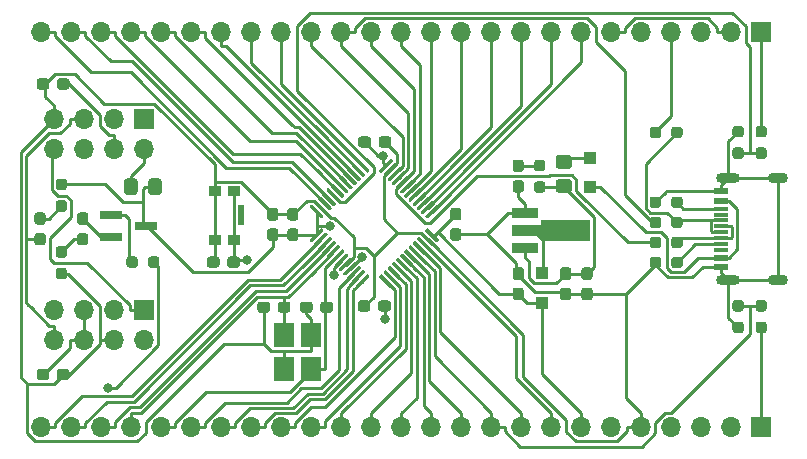
<source format=gtl>
G04 #@! TF.GenerationSoftware,KiCad,Pcbnew,5.1.8+dfsg1-1~bpo10+1*
G04 #@! TF.CreationDate,2020-12-17T11:19:26+08:00*
G04 #@! TF.ProjectId,stm32-io-extend,73746d33-322d-4696-9f2d-657874656e64,rev?*
G04 #@! TF.SameCoordinates,PX4cf27c8PY5b7b308*
G04 #@! TF.FileFunction,Copper,L1,Top*
G04 #@! TF.FilePolarity,Positive*
%FSLAX46Y46*%
G04 Gerber Fmt 4.6, Leading zero omitted, Abs format (unit mm)*
G04 Created by KiCad (PCBNEW 5.1.8+dfsg1-1~bpo10+1) date 2020-12-17 11:19:26*
%MOMM*%
%LPD*%
G01*
G04 APERTURE LIST*
G04 #@! TA.AperFunction,SMDPad,CuDef*
%ADD10R,1.900000X0.800000*%
G04 #@! TD*
G04 #@! TA.AperFunction,SMDPad,CuDef*
%ADD11R,1.800000X2.100000*%
G04 #@! TD*
G04 #@! TA.AperFunction,SMDPad,CuDef*
%ADD12C,0.100000*%
G04 #@! TD*
G04 #@! TA.AperFunction,SMDPad,CuDef*
%ADD13R,2.300000X0.900000*%
G04 #@! TD*
G04 #@! TA.AperFunction,SMDPad,CuDef*
%ADD14R,0.550000X1.700000*%
G04 #@! TD*
G04 #@! TA.AperFunction,SMDPad,CuDef*
%ADD15R,1.000000X0.900000*%
G04 #@! TD*
G04 #@! TA.AperFunction,ComponentPad*
%ADD16O,1.700000X1.700000*%
G04 #@! TD*
G04 #@! TA.AperFunction,ComponentPad*
%ADD17R,1.700000X1.700000*%
G04 #@! TD*
G04 #@! TA.AperFunction,SMDPad,CuDef*
%ADD18R,1.160000X0.600000*%
G04 #@! TD*
G04 #@! TA.AperFunction,SMDPad,CuDef*
%ADD19R,1.160000X0.300000*%
G04 #@! TD*
G04 #@! TA.AperFunction,ComponentPad*
%ADD20O,1.700000X0.900000*%
G04 #@! TD*
G04 #@! TA.AperFunction,ComponentPad*
%ADD21O,2.000000X0.900000*%
G04 #@! TD*
G04 #@! TA.AperFunction,SMDPad,CuDef*
%ADD22R,1.000000X1.000000*%
G04 #@! TD*
G04 #@! TA.AperFunction,ViaPad*
%ADD23C,0.800000*%
G04 #@! TD*
G04 #@! TA.AperFunction,Conductor*
%ADD24C,0.250000*%
G04 #@! TD*
G04 APERTURE END LIST*
D10*
G04 #@! TO.P,Q1,3*
G04 #@! TO.N,VCC*
X12415000Y20285000D03*
G04 #@! TO.P,Q1,2*
G04 #@! TO.N,Net-(D5-Pad2)*
X9415000Y19335000D03*
G04 #@! TO.P,Q1,1*
G04 #@! TO.N,Net-(Q1-Pad1)*
X9415000Y21235000D03*
G04 #@! TD*
G04 #@! TO.P,D5,2*
G04 #@! TO.N,Net-(D5-Pad2)*
G04 #@! TA.AperFunction,SMDPad,CuDef*
G36*
G01*
X7252500Y20405000D02*
X6777500Y20405000D01*
G75*
G02*
X6540000Y20642500I0J237500D01*
G01*
X6540000Y21217500D01*
G75*
G02*
X6777500Y21455000I237500J0D01*
G01*
X7252500Y21455000D01*
G75*
G02*
X7490000Y21217500I0J-237500D01*
G01*
X7490000Y20642500D01*
G75*
G02*
X7252500Y20405000I-237500J0D01*
G01*
G37*
G04 #@! TD.AperFunction*
G04 #@! TO.P,D5,1*
G04 #@! TO.N,Net-(D5-Pad1)*
G04 #@! TA.AperFunction,SMDPad,CuDef*
G36*
G01*
X7252500Y18655000D02*
X6777500Y18655000D01*
G75*
G02*
X6540000Y18892500I0J237500D01*
G01*
X6540000Y19467500D01*
G75*
G02*
X6777500Y19705000I237500J0D01*
G01*
X7252500Y19705000D01*
G75*
G02*
X7490000Y19467500I0J-237500D01*
G01*
X7490000Y18892500D01*
G75*
G02*
X7252500Y18655000I-237500J0D01*
G01*
G37*
G04 #@! TD.AperFunction*
G04 #@! TD*
G04 #@! TO.P,D4,2*
G04 #@! TO.N,Net-(D4-Pad2)*
G04 #@! TA.AperFunction,SMDPad,CuDef*
G36*
G01*
X3652500Y20405000D02*
X3177500Y20405000D01*
G75*
G02*
X2940000Y20642500I0J237500D01*
G01*
X2940000Y21217500D01*
G75*
G02*
X3177500Y21455000I237500J0D01*
G01*
X3652500Y21455000D01*
G75*
G02*
X3890000Y21217500I0J-237500D01*
G01*
X3890000Y20642500D01*
G75*
G02*
X3652500Y20405000I-237500J0D01*
G01*
G37*
G04 #@! TD.AperFunction*
G04 #@! TO.P,D4,1*
G04 #@! TO.N,/nWP*
G04 #@! TA.AperFunction,SMDPad,CuDef*
G36*
G01*
X3652500Y18655000D02*
X3177500Y18655000D01*
G75*
G02*
X2940000Y18892500I0J237500D01*
G01*
X2940000Y19467500D01*
G75*
G02*
X3177500Y19705000I237500J0D01*
G01*
X3652500Y19705000D01*
G75*
G02*
X3890000Y19467500I0J-237500D01*
G01*
X3890000Y18892500D01*
G75*
G02*
X3652500Y18655000I-237500J0D01*
G01*
G37*
G04 #@! TD.AperFunction*
G04 #@! TD*
D11*
G04 #@! TO.P,Y1,4*
G04 #@! TO.N,GND*
X24055000Y8165000D03*
G04 #@! TO.P,Y1,3*
G04 #@! TO.N,/OSC_IN*
X24055000Y11065000D03*
G04 #@! TO.P,Y1,2*
G04 #@! TO.N,GND*
X26355000Y11065000D03*
G04 #@! TO.P,Y1,1*
G04 #@! TO.N,/OSC_OUT*
X26355000Y8165000D03*
G04 #@! TD*
G04 #@! TO.P,U2,48*
G04 #@! TO.N,VCC*
G04 #@! TA.AperFunction,SMDPad,CuDef*
G36*
G01*
X27189516Y20939264D02*
X26252600Y21876180D01*
G75*
G02*
X26252600Y21982246I53033J53033D01*
G01*
X26358666Y22088312D01*
G75*
G02*
X26464732Y22088312I53033J-53033D01*
G01*
X27401648Y21151396D01*
G75*
G02*
X27401648Y21045330I-53033J-53033D01*
G01*
X27295582Y20939264D01*
G75*
G02*
X27189516Y20939264I-53033J53033D01*
G01*
G37*
G04 #@! TD.AperFunction*
G04 #@! TO.P,U2,47*
G04 #@! TO.N,GND*
G04 #@! TA.AperFunction,SMDPad,CuDef*
G36*
G01*
X27543070Y21292818D02*
X26606154Y22229734D01*
G75*
G02*
X26606154Y22335800I53033J53033D01*
G01*
X26712220Y22441866D01*
G75*
G02*
X26818286Y22441866I53033J-53033D01*
G01*
X27755202Y21504950D01*
G75*
G02*
X27755202Y21398884I-53033J-53033D01*
G01*
X27649136Y21292818D01*
G75*
G02*
X27543070Y21292818I-53033J53033D01*
G01*
G37*
G04 #@! TD.AperFunction*
G04 #@! TO.P,U2,46*
G04 #@! TO.N,/PB9*
G04 #@! TA.AperFunction,SMDPad,CuDef*
G36*
G01*
X27896623Y21646371D02*
X26959707Y22583287D01*
G75*
G02*
X26959707Y22689353I53033J53033D01*
G01*
X27065773Y22795419D01*
G75*
G02*
X27171839Y22795419I53033J-53033D01*
G01*
X28108755Y21858503D01*
G75*
G02*
X28108755Y21752437I-53033J-53033D01*
G01*
X28002689Y21646371D01*
G75*
G02*
X27896623Y21646371I-53033J53033D01*
G01*
G37*
G04 #@! TD.AperFunction*
G04 #@! TO.P,U2,45*
G04 #@! TO.N,/PB8*
G04 #@! TA.AperFunction,SMDPad,CuDef*
G36*
G01*
X28250177Y21999925D02*
X27313261Y22936841D01*
G75*
G02*
X27313261Y23042907I53033J53033D01*
G01*
X27419327Y23148973D01*
G75*
G02*
X27525393Y23148973I53033J-53033D01*
G01*
X28462309Y22212057D01*
G75*
G02*
X28462309Y22105991I-53033J-53033D01*
G01*
X28356243Y21999925D01*
G75*
G02*
X28250177Y21999925I-53033J53033D01*
G01*
G37*
G04 #@! TD.AperFunction*
G04 #@! TO.P,U2,44*
G04 #@! TO.N,Net-(R10-Pad2)*
G04 #@! TA.AperFunction,SMDPad,CuDef*
G36*
G01*
X28603730Y22353478D02*
X27666814Y23290394D01*
G75*
G02*
X27666814Y23396460I53033J53033D01*
G01*
X27772880Y23502526D01*
G75*
G02*
X27878946Y23502526I53033J-53033D01*
G01*
X28815862Y22565610D01*
G75*
G02*
X28815862Y22459544I-53033J-53033D01*
G01*
X28709796Y22353478D01*
G75*
G02*
X28603730Y22353478I-53033J53033D01*
G01*
G37*
G04 #@! TD.AperFunction*
G04 #@! TO.P,U2,43*
G04 #@! TO.N,/PB7*
G04 #@! TA.AperFunction,SMDPad,CuDef*
G36*
G01*
X28957283Y22707031D02*
X28020367Y23643947D01*
G75*
G02*
X28020367Y23750013I53033J53033D01*
G01*
X28126433Y23856079D01*
G75*
G02*
X28232499Y23856079I53033J-53033D01*
G01*
X29169415Y22919163D01*
G75*
G02*
X29169415Y22813097I-53033J-53033D01*
G01*
X29063349Y22707031D01*
G75*
G02*
X28957283Y22707031I-53033J53033D01*
G01*
G37*
G04 #@! TD.AperFunction*
G04 #@! TO.P,U2,42*
G04 #@! TO.N,/PB6*
G04 #@! TA.AperFunction,SMDPad,CuDef*
G36*
G01*
X29310837Y23060585D02*
X28373921Y23997501D01*
G75*
G02*
X28373921Y24103567I53033J53033D01*
G01*
X28479987Y24209633D01*
G75*
G02*
X28586053Y24209633I53033J-53033D01*
G01*
X29522969Y23272717D01*
G75*
G02*
X29522969Y23166651I-53033J-53033D01*
G01*
X29416903Y23060585D01*
G75*
G02*
X29310837Y23060585I-53033J53033D01*
G01*
G37*
G04 #@! TD.AperFunction*
G04 #@! TO.P,U2,41*
G04 #@! TO.N,/PB5*
G04 #@! TA.AperFunction,SMDPad,CuDef*
G36*
G01*
X29664390Y23414138D02*
X28727474Y24351054D01*
G75*
G02*
X28727474Y24457120I53033J53033D01*
G01*
X28833540Y24563186D01*
G75*
G02*
X28939606Y24563186I53033J-53033D01*
G01*
X29876522Y23626270D01*
G75*
G02*
X29876522Y23520204I-53033J-53033D01*
G01*
X29770456Y23414138D01*
G75*
G02*
X29664390Y23414138I-53033J53033D01*
G01*
G37*
G04 #@! TD.AperFunction*
G04 #@! TO.P,U2,40*
G04 #@! TO.N,/PB4*
G04 #@! TA.AperFunction,SMDPad,CuDef*
G36*
G01*
X30017943Y23767691D02*
X29081027Y24704607D01*
G75*
G02*
X29081027Y24810673I53033J53033D01*
G01*
X29187093Y24916739D01*
G75*
G02*
X29293159Y24916739I53033J-53033D01*
G01*
X30230075Y23979823D01*
G75*
G02*
X30230075Y23873757I-53033J-53033D01*
G01*
X30124009Y23767691D01*
G75*
G02*
X30017943Y23767691I-53033J53033D01*
G01*
G37*
G04 #@! TD.AperFunction*
G04 #@! TO.P,U2,39*
G04 #@! TO.N,/PB3*
G04 #@! TA.AperFunction,SMDPad,CuDef*
G36*
G01*
X30371497Y24121245D02*
X29434581Y25058161D01*
G75*
G02*
X29434581Y25164227I53033J53033D01*
G01*
X29540647Y25270293D01*
G75*
G02*
X29646713Y25270293I53033J-53033D01*
G01*
X30583629Y24333377D01*
G75*
G02*
X30583629Y24227311I-53033J-53033D01*
G01*
X30477563Y24121245D01*
G75*
G02*
X30371497Y24121245I-53033J53033D01*
G01*
G37*
G04 #@! TD.AperFunction*
G04 #@! TO.P,U2,38*
G04 #@! TO.N,/PA15*
G04 #@! TA.AperFunction,SMDPad,CuDef*
G36*
G01*
X30725050Y24474798D02*
X29788134Y25411714D01*
G75*
G02*
X29788134Y25517780I53033J53033D01*
G01*
X29894200Y25623846D01*
G75*
G02*
X30000266Y25623846I53033J-53033D01*
G01*
X30937182Y24686930D01*
G75*
G02*
X30937182Y24580864I-53033J-53033D01*
G01*
X30831116Y24474798D01*
G75*
G02*
X30725050Y24474798I-53033J53033D01*
G01*
G37*
G04 #@! TD.AperFunction*
G04 #@! TO.P,U2,37*
G04 #@! TO.N,/PA14*
G04 #@! TA.AperFunction,SMDPad,CuDef*
G36*
G01*
X31078604Y24828352D02*
X30141688Y25765268D01*
G75*
G02*
X30141688Y25871334I53033J53033D01*
G01*
X30247754Y25977400D01*
G75*
G02*
X30353820Y25977400I53033J-53033D01*
G01*
X31290736Y25040484D01*
G75*
G02*
X31290736Y24934418I-53033J-53033D01*
G01*
X31184670Y24828352D01*
G75*
G02*
X31078604Y24828352I-53033J53033D01*
G01*
G37*
G04 #@! TD.AperFunction*
G04 #@! TO.P,U2,36*
G04 #@! TO.N,VCC*
G04 #@! TA.AperFunction,SMDPad,CuDef*
G36*
G01*
X32245330Y24828352D02*
X32139264Y24934418D01*
G75*
G02*
X32139264Y25040484I53033J53033D01*
G01*
X33076180Y25977400D01*
G75*
G02*
X33182246Y25977400I53033J-53033D01*
G01*
X33288312Y25871334D01*
G75*
G02*
X33288312Y25765268I-53033J-53033D01*
G01*
X32351396Y24828352D01*
G75*
G02*
X32245330Y24828352I-53033J53033D01*
G01*
G37*
G04 #@! TD.AperFunction*
G04 #@! TO.P,U2,35*
G04 #@! TO.N,GND*
G04 #@! TA.AperFunction,SMDPad,CuDef*
G36*
G01*
X32598884Y24474798D02*
X32492818Y24580864D01*
G75*
G02*
X32492818Y24686930I53033J53033D01*
G01*
X33429734Y25623846D01*
G75*
G02*
X33535800Y25623846I53033J-53033D01*
G01*
X33641866Y25517780D01*
G75*
G02*
X33641866Y25411714I-53033J-53033D01*
G01*
X32704950Y24474798D01*
G75*
G02*
X32598884Y24474798I-53033J53033D01*
G01*
G37*
G04 #@! TD.AperFunction*
G04 #@! TO.P,U2,34*
G04 #@! TO.N,/PA13*
G04 #@! TA.AperFunction,SMDPad,CuDef*
G36*
G01*
X32952437Y24121245D02*
X32846371Y24227311D01*
G75*
G02*
X32846371Y24333377I53033J53033D01*
G01*
X33783287Y25270293D01*
G75*
G02*
X33889353Y25270293I53033J-53033D01*
G01*
X33995419Y25164227D01*
G75*
G02*
X33995419Y25058161I-53033J-53033D01*
G01*
X33058503Y24121245D01*
G75*
G02*
X32952437Y24121245I-53033J53033D01*
G01*
G37*
G04 #@! TD.AperFunction*
G04 #@! TO.P,U2,33*
G04 #@! TO.N,/PA12*
G04 #@! TA.AperFunction,SMDPad,CuDef*
G36*
G01*
X33305991Y23767691D02*
X33199925Y23873757D01*
G75*
G02*
X33199925Y23979823I53033J53033D01*
G01*
X34136841Y24916739D01*
G75*
G02*
X34242907Y24916739I53033J-53033D01*
G01*
X34348973Y24810673D01*
G75*
G02*
X34348973Y24704607I-53033J-53033D01*
G01*
X33412057Y23767691D01*
G75*
G02*
X33305991Y23767691I-53033J53033D01*
G01*
G37*
G04 #@! TD.AperFunction*
G04 #@! TO.P,U2,32*
G04 #@! TO.N,/PA11*
G04 #@! TA.AperFunction,SMDPad,CuDef*
G36*
G01*
X33659544Y23414138D02*
X33553478Y23520204D01*
G75*
G02*
X33553478Y23626270I53033J53033D01*
G01*
X34490394Y24563186D01*
G75*
G02*
X34596460Y24563186I53033J-53033D01*
G01*
X34702526Y24457120D01*
G75*
G02*
X34702526Y24351054I-53033J-53033D01*
G01*
X33765610Y23414138D01*
G75*
G02*
X33659544Y23414138I-53033J53033D01*
G01*
G37*
G04 #@! TD.AperFunction*
G04 #@! TO.P,U2,31*
G04 #@! TO.N,/PA10*
G04 #@! TA.AperFunction,SMDPad,CuDef*
G36*
G01*
X34013097Y23060585D02*
X33907031Y23166651D01*
G75*
G02*
X33907031Y23272717I53033J53033D01*
G01*
X34843947Y24209633D01*
G75*
G02*
X34950013Y24209633I53033J-53033D01*
G01*
X35056079Y24103567D01*
G75*
G02*
X35056079Y23997501I-53033J-53033D01*
G01*
X34119163Y23060585D01*
G75*
G02*
X34013097Y23060585I-53033J53033D01*
G01*
G37*
G04 #@! TD.AperFunction*
G04 #@! TO.P,U2,30*
G04 #@! TO.N,/PA9*
G04 #@! TA.AperFunction,SMDPad,CuDef*
G36*
G01*
X34366651Y22707031D02*
X34260585Y22813097D01*
G75*
G02*
X34260585Y22919163I53033J53033D01*
G01*
X35197501Y23856079D01*
G75*
G02*
X35303567Y23856079I53033J-53033D01*
G01*
X35409633Y23750013D01*
G75*
G02*
X35409633Y23643947I-53033J-53033D01*
G01*
X34472717Y22707031D01*
G75*
G02*
X34366651Y22707031I-53033J53033D01*
G01*
G37*
G04 #@! TD.AperFunction*
G04 #@! TO.P,U2,29*
G04 #@! TO.N,/PA8*
G04 #@! TA.AperFunction,SMDPad,CuDef*
G36*
G01*
X34720204Y22353478D02*
X34614138Y22459544D01*
G75*
G02*
X34614138Y22565610I53033J53033D01*
G01*
X35551054Y23502526D01*
G75*
G02*
X35657120Y23502526I53033J-53033D01*
G01*
X35763186Y23396460D01*
G75*
G02*
X35763186Y23290394I-53033J-53033D01*
G01*
X34826270Y22353478D01*
G75*
G02*
X34720204Y22353478I-53033J53033D01*
G01*
G37*
G04 #@! TD.AperFunction*
G04 #@! TO.P,U2,28*
G04 #@! TO.N,/PB15*
G04 #@! TA.AperFunction,SMDPad,CuDef*
G36*
G01*
X35073757Y21999925D02*
X34967691Y22105991D01*
G75*
G02*
X34967691Y22212057I53033J53033D01*
G01*
X35904607Y23148973D01*
G75*
G02*
X36010673Y23148973I53033J-53033D01*
G01*
X36116739Y23042907D01*
G75*
G02*
X36116739Y22936841I-53033J-53033D01*
G01*
X35179823Y21999925D01*
G75*
G02*
X35073757Y21999925I-53033J53033D01*
G01*
G37*
G04 #@! TD.AperFunction*
G04 #@! TO.P,U2,27*
G04 #@! TO.N,/PB14*
G04 #@! TA.AperFunction,SMDPad,CuDef*
G36*
G01*
X35427311Y21646371D02*
X35321245Y21752437D01*
G75*
G02*
X35321245Y21858503I53033J53033D01*
G01*
X36258161Y22795419D01*
G75*
G02*
X36364227Y22795419I53033J-53033D01*
G01*
X36470293Y22689353D01*
G75*
G02*
X36470293Y22583287I-53033J-53033D01*
G01*
X35533377Y21646371D01*
G75*
G02*
X35427311Y21646371I-53033J53033D01*
G01*
G37*
G04 #@! TD.AperFunction*
G04 #@! TO.P,U2,26*
G04 #@! TO.N,/PB13*
G04 #@! TA.AperFunction,SMDPad,CuDef*
G36*
G01*
X35780864Y21292818D02*
X35674798Y21398884D01*
G75*
G02*
X35674798Y21504950I53033J53033D01*
G01*
X36611714Y22441866D01*
G75*
G02*
X36717780Y22441866I53033J-53033D01*
G01*
X36823846Y22335800D01*
G75*
G02*
X36823846Y22229734I-53033J-53033D01*
G01*
X35886930Y21292818D01*
G75*
G02*
X35780864Y21292818I-53033J53033D01*
G01*
G37*
G04 #@! TD.AperFunction*
G04 #@! TO.P,U2,25*
G04 #@! TO.N,/PB12*
G04 #@! TA.AperFunction,SMDPad,CuDef*
G36*
G01*
X36134418Y20939264D02*
X36028352Y21045330D01*
G75*
G02*
X36028352Y21151396I53033J53033D01*
G01*
X36965268Y22088312D01*
G75*
G02*
X37071334Y22088312I53033J-53033D01*
G01*
X37177400Y21982246D01*
G75*
G02*
X37177400Y21876180I-53033J-53033D01*
G01*
X36240484Y20939264D01*
G75*
G02*
X36134418Y20939264I-53033J53033D01*
G01*
G37*
G04 #@! TD.AperFunction*
G04 #@! TO.P,U2,24*
G04 #@! TO.N,VCC*
G04 #@! TA.AperFunction,SMDPad,CuDef*
G36*
G01*
X36965268Y18941688D02*
X36028352Y19878604D01*
G75*
G02*
X36028352Y19984670I53033J53033D01*
G01*
X36134418Y20090736D01*
G75*
G02*
X36240484Y20090736I53033J-53033D01*
G01*
X37177400Y19153820D01*
G75*
G02*
X37177400Y19047754I-53033J-53033D01*
G01*
X37071334Y18941688D01*
G75*
G02*
X36965268Y18941688I-53033J53033D01*
G01*
G37*
G04 #@! TD.AperFunction*
G04 #@! TO.P,U2,23*
G04 #@! TO.N,GND*
G04 #@! TA.AperFunction,SMDPad,CuDef*
G36*
G01*
X36611714Y18588134D02*
X35674798Y19525050D01*
G75*
G02*
X35674798Y19631116I53033J53033D01*
G01*
X35780864Y19737182D01*
G75*
G02*
X35886930Y19737182I53033J-53033D01*
G01*
X36823846Y18800266D01*
G75*
G02*
X36823846Y18694200I-53033J-53033D01*
G01*
X36717780Y18588134D01*
G75*
G02*
X36611714Y18588134I-53033J53033D01*
G01*
G37*
G04 #@! TD.AperFunction*
G04 #@! TO.P,U2,22*
G04 #@! TO.N,/PB11*
G04 #@! TA.AperFunction,SMDPad,CuDef*
G36*
G01*
X36258161Y18234581D02*
X35321245Y19171497D01*
G75*
G02*
X35321245Y19277563I53033J53033D01*
G01*
X35427311Y19383629D01*
G75*
G02*
X35533377Y19383629I53033J-53033D01*
G01*
X36470293Y18446713D01*
G75*
G02*
X36470293Y18340647I-53033J-53033D01*
G01*
X36364227Y18234581D01*
G75*
G02*
X36258161Y18234581I-53033J53033D01*
G01*
G37*
G04 #@! TD.AperFunction*
G04 #@! TO.P,U2,21*
G04 #@! TO.N,/PB10*
G04 #@! TA.AperFunction,SMDPad,CuDef*
G36*
G01*
X35904607Y17881027D02*
X34967691Y18817943D01*
G75*
G02*
X34967691Y18924009I53033J53033D01*
G01*
X35073757Y19030075D01*
G75*
G02*
X35179823Y19030075I53033J-53033D01*
G01*
X36116739Y18093159D01*
G75*
G02*
X36116739Y17987093I-53033J-53033D01*
G01*
X36010673Y17881027D01*
G75*
G02*
X35904607Y17881027I-53033J53033D01*
G01*
G37*
G04 #@! TD.AperFunction*
G04 #@! TO.P,U2,20*
G04 #@! TO.N,/PB2*
G04 #@! TA.AperFunction,SMDPad,CuDef*
G36*
G01*
X35551054Y17527474D02*
X34614138Y18464390D01*
G75*
G02*
X34614138Y18570456I53033J53033D01*
G01*
X34720204Y18676522D01*
G75*
G02*
X34826270Y18676522I53033J-53033D01*
G01*
X35763186Y17739606D01*
G75*
G02*
X35763186Y17633540I-53033J-53033D01*
G01*
X35657120Y17527474D01*
G75*
G02*
X35551054Y17527474I-53033J53033D01*
G01*
G37*
G04 #@! TD.AperFunction*
G04 #@! TO.P,U2,19*
G04 #@! TO.N,/PB1*
G04 #@! TA.AperFunction,SMDPad,CuDef*
G36*
G01*
X35197501Y17173921D02*
X34260585Y18110837D01*
G75*
G02*
X34260585Y18216903I53033J53033D01*
G01*
X34366651Y18322969D01*
G75*
G02*
X34472717Y18322969I53033J-53033D01*
G01*
X35409633Y17386053D01*
G75*
G02*
X35409633Y17279987I-53033J-53033D01*
G01*
X35303567Y17173921D01*
G75*
G02*
X35197501Y17173921I-53033J53033D01*
G01*
G37*
G04 #@! TD.AperFunction*
G04 #@! TO.P,U2,18*
G04 #@! TO.N,/PB0*
G04 #@! TA.AperFunction,SMDPad,CuDef*
G36*
G01*
X34843947Y16820367D02*
X33907031Y17757283D01*
G75*
G02*
X33907031Y17863349I53033J53033D01*
G01*
X34013097Y17969415D01*
G75*
G02*
X34119163Y17969415I53033J-53033D01*
G01*
X35056079Y17032499D01*
G75*
G02*
X35056079Y16926433I-53033J-53033D01*
G01*
X34950013Y16820367D01*
G75*
G02*
X34843947Y16820367I-53033J53033D01*
G01*
G37*
G04 #@! TD.AperFunction*
G04 #@! TO.P,U2,17*
G04 #@! TO.N,/DI*
G04 #@! TA.AperFunction,SMDPad,CuDef*
G36*
G01*
X34490394Y16466814D02*
X33553478Y17403730D01*
G75*
G02*
X33553478Y17509796I53033J53033D01*
G01*
X33659544Y17615862D01*
G75*
G02*
X33765610Y17615862I53033J-53033D01*
G01*
X34702526Y16678946D01*
G75*
G02*
X34702526Y16572880I-53033J-53033D01*
G01*
X34596460Y16466814D01*
G75*
G02*
X34490394Y16466814I-53033J53033D01*
G01*
G37*
G04 #@! TD.AperFunction*
G04 #@! TO.P,U2,16*
G04 #@! TO.N,/DO*
G04 #@! TA.AperFunction,SMDPad,CuDef*
G36*
G01*
X34136841Y16113261D02*
X33199925Y17050177D01*
G75*
G02*
X33199925Y17156243I53033J53033D01*
G01*
X33305991Y17262309D01*
G75*
G02*
X33412057Y17262309I53033J-53033D01*
G01*
X34348973Y16325393D01*
G75*
G02*
X34348973Y16219327I-53033J-53033D01*
G01*
X34242907Y16113261D01*
G75*
G02*
X34136841Y16113261I-53033J53033D01*
G01*
G37*
G04 #@! TD.AperFunction*
G04 #@! TO.P,U2,15*
G04 #@! TO.N,/CLK*
G04 #@! TA.AperFunction,SMDPad,CuDef*
G36*
G01*
X33783287Y15759707D02*
X32846371Y16696623D01*
G75*
G02*
X32846371Y16802689I53033J53033D01*
G01*
X32952437Y16908755D01*
G75*
G02*
X33058503Y16908755I53033J-53033D01*
G01*
X33995419Y15971839D01*
G75*
G02*
X33995419Y15865773I-53033J-53033D01*
G01*
X33889353Y15759707D01*
G75*
G02*
X33783287Y15759707I-53033J53033D01*
G01*
G37*
G04 #@! TD.AperFunction*
G04 #@! TO.P,U2,14*
G04 #@! TO.N,/CS*
G04 #@! TA.AperFunction,SMDPad,CuDef*
G36*
G01*
X33429734Y15406154D02*
X32492818Y16343070D01*
G75*
G02*
X32492818Y16449136I53033J53033D01*
G01*
X32598884Y16555202D01*
G75*
G02*
X32704950Y16555202I53033J-53033D01*
G01*
X33641866Y15618286D01*
G75*
G02*
X33641866Y15512220I-53033J-53033D01*
G01*
X33535800Y15406154D01*
G75*
G02*
X33429734Y15406154I-53033J53033D01*
G01*
G37*
G04 #@! TD.AperFunction*
G04 #@! TO.P,U2,13*
G04 #@! TO.N,/PA3*
G04 #@! TA.AperFunction,SMDPad,CuDef*
G36*
G01*
X33076180Y15052600D02*
X32139264Y15989516D01*
G75*
G02*
X32139264Y16095582I53033J53033D01*
G01*
X32245330Y16201648D01*
G75*
G02*
X32351396Y16201648I53033J-53033D01*
G01*
X33288312Y15264732D01*
G75*
G02*
X33288312Y15158666I-53033J-53033D01*
G01*
X33182246Y15052600D01*
G75*
G02*
X33076180Y15052600I-53033J53033D01*
G01*
G37*
G04 #@! TD.AperFunction*
G04 #@! TO.P,U2,12*
G04 #@! TO.N,/PA2*
G04 #@! TA.AperFunction,SMDPad,CuDef*
G36*
G01*
X30247754Y15052600D02*
X30141688Y15158666D01*
G75*
G02*
X30141688Y15264732I53033J53033D01*
G01*
X31078604Y16201648D01*
G75*
G02*
X31184670Y16201648I53033J-53033D01*
G01*
X31290736Y16095582D01*
G75*
G02*
X31290736Y15989516I-53033J-53033D01*
G01*
X30353820Y15052600D01*
G75*
G02*
X30247754Y15052600I-53033J53033D01*
G01*
G37*
G04 #@! TD.AperFunction*
G04 #@! TO.P,U2,11*
G04 #@! TO.N,/PA1*
G04 #@! TA.AperFunction,SMDPad,CuDef*
G36*
G01*
X29894200Y15406154D02*
X29788134Y15512220D01*
G75*
G02*
X29788134Y15618286I53033J53033D01*
G01*
X30725050Y16555202D01*
G75*
G02*
X30831116Y16555202I53033J-53033D01*
G01*
X30937182Y16449136D01*
G75*
G02*
X30937182Y16343070I-53033J-53033D01*
G01*
X30000266Y15406154D01*
G75*
G02*
X29894200Y15406154I-53033J53033D01*
G01*
G37*
G04 #@! TD.AperFunction*
G04 #@! TO.P,U2,10*
G04 #@! TO.N,/PA0*
G04 #@! TA.AperFunction,SMDPad,CuDef*
G36*
G01*
X29540647Y15759707D02*
X29434581Y15865773D01*
G75*
G02*
X29434581Y15971839I53033J53033D01*
G01*
X30371497Y16908755D01*
G75*
G02*
X30477563Y16908755I53033J-53033D01*
G01*
X30583629Y16802689D01*
G75*
G02*
X30583629Y16696623I-53033J-53033D01*
G01*
X29646713Y15759707D01*
G75*
G02*
X29540647Y15759707I-53033J53033D01*
G01*
G37*
G04 #@! TD.AperFunction*
G04 #@! TO.P,U2,9*
G04 #@! TO.N,VCC*
G04 #@! TA.AperFunction,SMDPad,CuDef*
G36*
G01*
X29187093Y16113261D02*
X29081027Y16219327D01*
G75*
G02*
X29081027Y16325393I53033J53033D01*
G01*
X30017943Y17262309D01*
G75*
G02*
X30124009Y17262309I53033J-53033D01*
G01*
X30230075Y17156243D01*
G75*
G02*
X30230075Y17050177I-53033J-53033D01*
G01*
X29293159Y16113261D01*
G75*
G02*
X29187093Y16113261I-53033J53033D01*
G01*
G37*
G04 #@! TD.AperFunction*
G04 #@! TO.P,U2,8*
G04 #@! TO.N,GND*
G04 #@! TA.AperFunction,SMDPad,CuDef*
G36*
G01*
X28833540Y16466814D02*
X28727474Y16572880D01*
G75*
G02*
X28727474Y16678946I53033J53033D01*
G01*
X29664390Y17615862D01*
G75*
G02*
X29770456Y17615862I53033J-53033D01*
G01*
X29876522Y17509796D01*
G75*
G02*
X29876522Y17403730I-53033J-53033D01*
G01*
X28939606Y16466814D01*
G75*
G02*
X28833540Y16466814I-53033J53033D01*
G01*
G37*
G04 #@! TD.AperFunction*
G04 #@! TO.P,U2,7*
G04 #@! TO.N,/NRST*
G04 #@! TA.AperFunction,SMDPad,CuDef*
G36*
G01*
X28479987Y16820367D02*
X28373921Y16926433D01*
G75*
G02*
X28373921Y17032499I53033J53033D01*
G01*
X29310837Y17969415D01*
G75*
G02*
X29416903Y17969415I53033J-53033D01*
G01*
X29522969Y17863349D01*
G75*
G02*
X29522969Y17757283I-53033J-53033D01*
G01*
X28586053Y16820367D01*
G75*
G02*
X28479987Y16820367I-53033J53033D01*
G01*
G37*
G04 #@! TD.AperFunction*
G04 #@! TO.P,U2,6*
G04 #@! TO.N,/OSC_OUT*
G04 #@! TA.AperFunction,SMDPad,CuDef*
G36*
G01*
X28126433Y17173921D02*
X28020367Y17279987D01*
G75*
G02*
X28020367Y17386053I53033J53033D01*
G01*
X28957283Y18322969D01*
G75*
G02*
X29063349Y18322969I53033J-53033D01*
G01*
X29169415Y18216903D01*
G75*
G02*
X29169415Y18110837I-53033J-53033D01*
G01*
X28232499Y17173921D01*
G75*
G02*
X28126433Y17173921I-53033J53033D01*
G01*
G37*
G04 #@! TD.AperFunction*
G04 #@! TO.P,U2,5*
G04 #@! TO.N,/OSC_IN*
G04 #@! TA.AperFunction,SMDPad,CuDef*
G36*
G01*
X27772880Y17527474D02*
X27666814Y17633540D01*
G75*
G02*
X27666814Y17739606I53033J53033D01*
G01*
X28603730Y18676522D01*
G75*
G02*
X28709796Y18676522I53033J-53033D01*
G01*
X28815862Y18570456D01*
G75*
G02*
X28815862Y18464390I-53033J-53033D01*
G01*
X27878946Y17527474D01*
G75*
G02*
X27772880Y17527474I-53033J53033D01*
G01*
G37*
G04 #@! TD.AperFunction*
G04 #@! TO.P,U2,4*
G04 #@! TO.N,/PC15*
G04 #@! TA.AperFunction,SMDPad,CuDef*
G36*
G01*
X27419327Y17881027D02*
X27313261Y17987093D01*
G75*
G02*
X27313261Y18093159I53033J53033D01*
G01*
X28250177Y19030075D01*
G75*
G02*
X28356243Y19030075I53033J-53033D01*
G01*
X28462309Y18924009D01*
G75*
G02*
X28462309Y18817943I-53033J-53033D01*
G01*
X27525393Y17881027D01*
G75*
G02*
X27419327Y17881027I-53033J53033D01*
G01*
G37*
G04 #@! TD.AperFunction*
G04 #@! TO.P,U2,3*
G04 #@! TO.N,/PC14*
G04 #@! TA.AperFunction,SMDPad,CuDef*
G36*
G01*
X27065773Y18234581D02*
X26959707Y18340647D01*
G75*
G02*
X26959707Y18446713I53033J53033D01*
G01*
X27896623Y19383629D01*
G75*
G02*
X28002689Y19383629I53033J-53033D01*
G01*
X28108755Y19277563D01*
G75*
G02*
X28108755Y19171497I-53033J-53033D01*
G01*
X27171839Y18234581D01*
G75*
G02*
X27065773Y18234581I-53033J53033D01*
G01*
G37*
G04 #@! TD.AperFunction*
G04 #@! TO.P,U2,2*
G04 #@! TO.N,/PC13*
G04 #@! TA.AperFunction,SMDPad,CuDef*
G36*
G01*
X26712220Y18588134D02*
X26606154Y18694200D01*
G75*
G02*
X26606154Y18800266I53033J53033D01*
G01*
X27543070Y19737182D01*
G75*
G02*
X27649136Y19737182I53033J-53033D01*
G01*
X27755202Y19631116D01*
G75*
G02*
X27755202Y19525050I-53033J-53033D01*
G01*
X26818286Y18588134D01*
G75*
G02*
X26712220Y18588134I-53033J53033D01*
G01*
G37*
G04 #@! TD.AperFunction*
G04 #@! TO.P,U2,1*
G04 #@! TO.N,VCC*
G04 #@! TA.AperFunction,SMDPad,CuDef*
G36*
G01*
X26358666Y18941688D02*
X26252600Y19047754D01*
G75*
G02*
X26252600Y19153820I53033J53033D01*
G01*
X27189516Y20090736D01*
G75*
G02*
X27295582Y20090736I53033J-53033D01*
G01*
X27401648Y19984670D01*
G75*
G02*
X27401648Y19878604I-53033J-53033D01*
G01*
X26464732Y18941688D01*
G75*
G02*
X26358666Y18941688I-53033J53033D01*
G01*
G37*
G04 #@! TD.AperFunction*
G04 #@! TD*
G04 #@! TA.AperFunction,SMDPad,CuDef*
D12*
G04 #@! TO.P,U1,2*
G04 #@! TO.N,Net-(D3-Pad2)*
G36*
X49955000Y19038500D02*
G01*
X45830000Y19038500D01*
X45830000Y19455000D01*
X43355000Y19455000D01*
X43355000Y20355000D01*
X45830000Y20355000D01*
X45830000Y20771500D01*
X49955000Y20771500D01*
X49955000Y19038500D01*
G37*
G04 #@! TD.AperFunction*
D13*
G04 #@! TO.P,U1,3*
G04 #@! TO.N,Net-(C1-Pad1)*
X44505000Y18405000D03*
G04 #@! TO.P,U1,1*
G04 #@! TO.N,GND*
X44505000Y21405000D03*
G04 #@! TD*
D14*
G04 #@! TO.P,SW1,SH*
G04 #@! TO.N,N/C*
X20420000Y21195000D03*
D15*
G04 #@! TO.P,SW1,1*
G04 #@! TO.N,/NRST*
X19795000Y23245000D03*
G04 #@! TO.P,SW1,2*
G04 #@! TO.N,GND*
X18195000Y23245000D03*
G04 #@! TO.P,SW1,1*
G04 #@! TO.N,/NRST*
X19795000Y19145000D03*
G04 #@! TO.P,SW1,2*
G04 #@! TO.N,GND*
X18195000Y19145000D03*
G04 #@! TD*
G04 #@! TO.P,R13,2*
G04 #@! TO.N,GND*
G04 #@! TA.AperFunction,SMDPad,CuDef*
G36*
G01*
X62277500Y12200000D02*
X62752500Y12200000D01*
G75*
G02*
X62990000Y11962500I0J-237500D01*
G01*
X62990000Y11462500D01*
G75*
G02*
X62752500Y11225000I-237500J0D01*
G01*
X62277500Y11225000D01*
G75*
G02*
X62040000Y11462500I0J237500D01*
G01*
X62040000Y11962500D01*
G75*
G02*
X62277500Y12200000I237500J0D01*
G01*
G37*
G04 #@! TD.AperFunction*
G04 #@! TO.P,R13,1*
G04 #@! TO.N,/PB2*
G04 #@! TA.AperFunction,SMDPad,CuDef*
G36*
G01*
X62277500Y14025000D02*
X62752500Y14025000D01*
G75*
G02*
X62990000Y13787500I0J-237500D01*
G01*
X62990000Y13287500D01*
G75*
G02*
X62752500Y13050000I-237500J0D01*
G01*
X62277500Y13050000D01*
G75*
G02*
X62040000Y13287500I0J237500D01*
G01*
X62040000Y13787500D01*
G75*
G02*
X62277500Y14025000I237500J0D01*
G01*
G37*
G04 #@! TD.AperFunction*
G04 #@! TD*
G04 #@! TO.P,R12,2*
G04 #@! TO.N,/PB2*
G04 #@! TA.AperFunction,SMDPad,CuDef*
G36*
G01*
X64702500Y13050000D02*
X64227500Y13050000D01*
G75*
G02*
X63990000Y13287500I0J237500D01*
G01*
X63990000Y13787500D01*
G75*
G02*
X64227500Y14025000I237500J0D01*
G01*
X64702500Y14025000D01*
G75*
G02*
X64940000Y13787500I0J-237500D01*
G01*
X64940000Y13287500D01*
G75*
G02*
X64702500Y13050000I-237500J0D01*
G01*
G37*
G04 #@! TD.AperFunction*
G04 #@! TO.P,R12,1*
G04 #@! TO.N,/BOOT1_UP*
G04 #@! TA.AperFunction,SMDPad,CuDef*
G36*
G01*
X64702500Y11225000D02*
X64227500Y11225000D01*
G75*
G02*
X63990000Y11462500I0J237500D01*
G01*
X63990000Y11962500D01*
G75*
G02*
X64227500Y12200000I237500J0D01*
G01*
X64702500Y12200000D01*
G75*
G02*
X64940000Y11962500I0J-237500D01*
G01*
X64940000Y11462500D01*
G75*
G02*
X64702500Y11225000I-237500J0D01*
G01*
G37*
G04 #@! TD.AperFunction*
G04 #@! TD*
G04 #@! TO.P,R11,2*
G04 #@! TO.N,GND*
G04 #@! TA.AperFunction,SMDPad,CuDef*
G36*
G01*
X62752500Y27800000D02*
X62277500Y27800000D01*
G75*
G02*
X62040000Y28037500I0J237500D01*
G01*
X62040000Y28537500D01*
G75*
G02*
X62277500Y28775000I237500J0D01*
G01*
X62752500Y28775000D01*
G75*
G02*
X62990000Y28537500I0J-237500D01*
G01*
X62990000Y28037500D01*
G75*
G02*
X62752500Y27800000I-237500J0D01*
G01*
G37*
G04 #@! TD.AperFunction*
G04 #@! TO.P,R11,1*
G04 #@! TO.N,Net-(R10-Pad2)*
G04 #@! TA.AperFunction,SMDPad,CuDef*
G36*
G01*
X62752500Y25975000D02*
X62277500Y25975000D01*
G75*
G02*
X62040000Y26212500I0J237500D01*
G01*
X62040000Y26712500D01*
G75*
G02*
X62277500Y26950000I237500J0D01*
G01*
X62752500Y26950000D01*
G75*
G02*
X62990000Y26712500I0J-237500D01*
G01*
X62990000Y26212500D01*
G75*
G02*
X62752500Y25975000I-237500J0D01*
G01*
G37*
G04 #@! TD.AperFunction*
G04 #@! TD*
G04 #@! TO.P,R10,2*
G04 #@! TO.N,Net-(R10-Pad2)*
G04 #@! TA.AperFunction,SMDPad,CuDef*
G36*
G01*
X64227500Y26950000D02*
X64702500Y26950000D01*
G75*
G02*
X64940000Y26712500I0J-237500D01*
G01*
X64940000Y26212500D01*
G75*
G02*
X64702500Y25975000I-237500J0D01*
G01*
X64227500Y25975000D01*
G75*
G02*
X63990000Y26212500I0J237500D01*
G01*
X63990000Y26712500D01*
G75*
G02*
X64227500Y26950000I237500J0D01*
G01*
G37*
G04 #@! TD.AperFunction*
G04 #@! TO.P,R10,1*
G04 #@! TO.N,/BOOT0_UP*
G04 #@! TA.AperFunction,SMDPad,CuDef*
G36*
G01*
X64227500Y28775000D02*
X64702500Y28775000D01*
G75*
G02*
X64940000Y28537500I0J-237500D01*
G01*
X64940000Y28037500D01*
G75*
G02*
X64702500Y27800000I-237500J0D01*
G01*
X64227500Y27800000D01*
G75*
G02*
X63990000Y28037500I0J237500D01*
G01*
X63990000Y28537500D01*
G75*
G02*
X64227500Y28775000I237500J0D01*
G01*
G37*
G04 #@! TD.AperFunction*
G04 #@! TD*
G04 #@! TO.P,R9,2*
G04 #@! TO.N,GND*
G04 #@! TA.AperFunction,SMDPad,CuDef*
G36*
G01*
X4977500Y16760000D02*
X5452500Y16760000D01*
G75*
G02*
X5690000Y16522500I0J-237500D01*
G01*
X5690000Y16022500D01*
G75*
G02*
X5452500Y15785000I-237500J0D01*
G01*
X4977500Y15785000D01*
G75*
G02*
X4740000Y16022500I0J237500D01*
G01*
X4740000Y16522500D01*
G75*
G02*
X4977500Y16760000I237500J0D01*
G01*
G37*
G04 #@! TD.AperFunction*
G04 #@! TO.P,R9,1*
G04 #@! TO.N,Net-(D5-Pad1)*
G04 #@! TA.AperFunction,SMDPad,CuDef*
G36*
G01*
X4977500Y18585000D02*
X5452500Y18585000D01*
G75*
G02*
X5690000Y18347500I0J-237500D01*
G01*
X5690000Y17847500D01*
G75*
G02*
X5452500Y17610000I-237500J0D01*
G01*
X4977500Y17610000D01*
G75*
G02*
X4740000Y17847500I0J237500D01*
G01*
X4740000Y18347500D01*
G75*
G02*
X4977500Y18585000I237500J0D01*
G01*
G37*
G04 #@! TD.AperFunction*
G04 #@! TD*
G04 #@! TO.P,R8,2*
G04 #@! TO.N,/PA0*
G04 #@! TA.AperFunction,SMDPad,CuDef*
G36*
G01*
X12540000Y17007500D02*
X12540000Y17482500D01*
G75*
G02*
X12777500Y17720000I237500J0D01*
G01*
X13277500Y17720000D01*
G75*
G02*
X13515000Y17482500I0J-237500D01*
G01*
X13515000Y17007500D01*
G75*
G02*
X13277500Y16770000I-237500J0D01*
G01*
X12777500Y16770000D01*
G75*
G02*
X12540000Y17007500I0J237500D01*
G01*
G37*
G04 #@! TD.AperFunction*
G04 #@! TO.P,R8,1*
G04 #@! TO.N,Net-(Q1-Pad1)*
G04 #@! TA.AperFunction,SMDPad,CuDef*
G36*
G01*
X10715000Y17007500D02*
X10715000Y17482500D01*
G75*
G02*
X10952500Y17720000I237500J0D01*
G01*
X11452500Y17720000D01*
G75*
G02*
X11690000Y17482500I0J-237500D01*
G01*
X11690000Y17007500D01*
G75*
G02*
X11452500Y16770000I-237500J0D01*
G01*
X10952500Y16770000D01*
G75*
G02*
X10715000Y17007500I0J237500D01*
G01*
G37*
G04 #@! TD.AperFunction*
G04 #@! TD*
G04 #@! TO.P,R7,2*
G04 #@! TO.N,VCC*
G04 #@! TA.AperFunction,SMDPad,CuDef*
G36*
G01*
X5452500Y23330000D02*
X4977500Y23330000D01*
G75*
G02*
X4740000Y23567500I0J237500D01*
G01*
X4740000Y24067500D01*
G75*
G02*
X4977500Y24305000I237500J0D01*
G01*
X5452500Y24305000D01*
G75*
G02*
X5690000Y24067500I0J-237500D01*
G01*
X5690000Y23567500D01*
G75*
G02*
X5452500Y23330000I-237500J0D01*
G01*
G37*
G04 #@! TD.AperFunction*
G04 #@! TO.P,R7,1*
G04 #@! TO.N,Net-(D4-Pad2)*
G04 #@! TA.AperFunction,SMDPad,CuDef*
G36*
G01*
X5452500Y21505000D02*
X4977500Y21505000D01*
G75*
G02*
X4740000Y21742500I0J237500D01*
G01*
X4740000Y22242500D01*
G75*
G02*
X4977500Y22480000I237500J0D01*
G01*
X5452500Y22480000D01*
G75*
G02*
X5690000Y22242500I0J-237500D01*
G01*
X5690000Y21742500D01*
G75*
G02*
X5452500Y21505000I-237500J0D01*
G01*
G37*
G04 #@! TD.AperFunction*
G04 #@! TD*
G04 #@! TO.P,R6,2*
G04 #@! TO.N,Net-(J1-PadA6)*
G04 #@! TA.AperFunction,SMDPad,CuDef*
G36*
G01*
X56840000Y27987500D02*
X56840000Y28462500D01*
G75*
G02*
X57077500Y28700000I237500J0D01*
G01*
X57577500Y28700000D01*
G75*
G02*
X57815000Y28462500I0J-237500D01*
G01*
X57815000Y27987500D01*
G75*
G02*
X57577500Y27750000I-237500J0D01*
G01*
X57077500Y27750000D01*
G75*
G02*
X56840000Y27987500I0J237500D01*
G01*
G37*
G04 #@! TD.AperFunction*
G04 #@! TO.P,R6,1*
G04 #@! TO.N,/PA13*
G04 #@! TA.AperFunction,SMDPad,CuDef*
G36*
G01*
X55015000Y27987500D02*
X55015000Y28462500D01*
G75*
G02*
X55252500Y28700000I237500J0D01*
G01*
X55752500Y28700000D01*
G75*
G02*
X55990000Y28462500I0J-237500D01*
G01*
X55990000Y27987500D01*
G75*
G02*
X55752500Y27750000I-237500J0D01*
G01*
X55252500Y27750000D01*
G75*
G02*
X55015000Y27987500I0J237500D01*
G01*
G37*
G04 #@! TD.AperFunction*
G04 #@! TD*
G04 #@! TO.P,R5,2*
G04 #@! TO.N,Net-(J1-PadA6)*
G04 #@! TA.AperFunction,SMDPad,CuDef*
G36*
G01*
X56840000Y20367500D02*
X56840000Y20842500D01*
G75*
G02*
X57077500Y21080000I237500J0D01*
G01*
X57577500Y21080000D01*
G75*
G02*
X57815000Y20842500I0J-237500D01*
G01*
X57815000Y20367500D01*
G75*
G02*
X57577500Y20130000I-237500J0D01*
G01*
X57077500Y20130000D01*
G75*
G02*
X56840000Y20367500I0J237500D01*
G01*
G37*
G04 #@! TD.AperFunction*
G04 #@! TO.P,R5,1*
G04 #@! TO.N,/PA12*
G04 #@! TA.AperFunction,SMDPad,CuDef*
G36*
G01*
X55015000Y20367500D02*
X55015000Y20842500D01*
G75*
G02*
X55252500Y21080000I237500J0D01*
G01*
X55752500Y21080000D01*
G75*
G02*
X55990000Y20842500I0J-237500D01*
G01*
X55990000Y20367500D01*
G75*
G02*
X55752500Y20130000I-237500J0D01*
G01*
X55252500Y20130000D01*
G75*
G02*
X55015000Y20367500I0J237500D01*
G01*
G37*
G04 #@! TD.AperFunction*
G04 #@! TD*
G04 #@! TO.P,R4,2*
G04 #@! TO.N,GND*
G04 #@! TA.AperFunction,SMDPad,CuDef*
G36*
G01*
X55990000Y22542500D02*
X55990000Y22067500D01*
G75*
G02*
X55752500Y21830000I-237500J0D01*
G01*
X55252500Y21830000D01*
G75*
G02*
X55015000Y22067500I0J237500D01*
G01*
X55015000Y22542500D01*
G75*
G02*
X55252500Y22780000I237500J0D01*
G01*
X55752500Y22780000D01*
G75*
G02*
X55990000Y22542500I0J-237500D01*
G01*
G37*
G04 #@! TD.AperFunction*
G04 #@! TO.P,R4,1*
G04 #@! TO.N,Net-(J1-PadB5)*
G04 #@! TA.AperFunction,SMDPad,CuDef*
G36*
G01*
X57815000Y22542500D02*
X57815000Y22067500D01*
G75*
G02*
X57577500Y21830000I-237500J0D01*
G01*
X57077500Y21830000D01*
G75*
G02*
X56840000Y22067500I0J237500D01*
G01*
X56840000Y22542500D01*
G75*
G02*
X57077500Y22780000I237500J0D01*
G01*
X57577500Y22780000D01*
G75*
G02*
X57815000Y22542500I0J-237500D01*
G01*
G37*
G04 #@! TD.AperFunction*
G04 #@! TD*
G04 #@! TO.P,R3,2*
G04 #@! TO.N,Net-(J1-PadA7)*
G04 #@! TA.AperFunction,SMDPad,CuDef*
G36*
G01*
X56840000Y18667500D02*
X56840000Y19142500D01*
G75*
G02*
X57077500Y19380000I237500J0D01*
G01*
X57577500Y19380000D01*
G75*
G02*
X57815000Y19142500I0J-237500D01*
G01*
X57815000Y18667500D01*
G75*
G02*
X57577500Y18430000I-237500J0D01*
G01*
X57077500Y18430000D01*
G75*
G02*
X56840000Y18667500I0J237500D01*
G01*
G37*
G04 #@! TD.AperFunction*
G04 #@! TO.P,R3,1*
G04 #@! TO.N,/PA11*
G04 #@! TA.AperFunction,SMDPad,CuDef*
G36*
G01*
X55015000Y18667500D02*
X55015000Y19142500D01*
G75*
G02*
X55252500Y19380000I237500J0D01*
G01*
X55752500Y19380000D01*
G75*
G02*
X55990000Y19142500I0J-237500D01*
G01*
X55990000Y18667500D01*
G75*
G02*
X55752500Y18430000I-237500J0D01*
G01*
X55252500Y18430000D01*
G75*
G02*
X55015000Y18667500I0J237500D01*
G01*
G37*
G04 #@! TD.AperFunction*
G04 #@! TD*
G04 #@! TO.P,R2,2*
G04 #@! TO.N,Net-(J1-PadA5)*
G04 #@! TA.AperFunction,SMDPad,CuDef*
G36*
G01*
X56840000Y16967500D02*
X56840000Y17442500D01*
G75*
G02*
X57077500Y17680000I237500J0D01*
G01*
X57577500Y17680000D01*
G75*
G02*
X57815000Y17442500I0J-237500D01*
G01*
X57815000Y16967500D01*
G75*
G02*
X57577500Y16730000I-237500J0D01*
G01*
X57077500Y16730000D01*
G75*
G02*
X56840000Y16967500I0J237500D01*
G01*
G37*
G04 #@! TD.AperFunction*
G04 #@! TO.P,R2,1*
G04 #@! TO.N,GND*
G04 #@! TA.AperFunction,SMDPad,CuDef*
G36*
G01*
X55015000Y16967500D02*
X55015000Y17442500D01*
G75*
G02*
X55252500Y17680000I237500J0D01*
G01*
X55752500Y17680000D01*
G75*
G02*
X55990000Y17442500I0J-237500D01*
G01*
X55990000Y16967500D01*
G75*
G02*
X55752500Y16730000I-237500J0D01*
G01*
X55252500Y16730000D01*
G75*
G02*
X55015000Y16967500I0J237500D01*
G01*
G37*
G04 #@! TD.AperFunction*
G04 #@! TD*
G04 #@! TO.P,R1,2*
G04 #@! TO.N,Net-(D2-Pad2)*
G04 #@! TA.AperFunction,SMDPad,CuDef*
G36*
G01*
X45952500Y24930000D02*
X45477500Y24930000D01*
G75*
G02*
X45240000Y25167500I0J237500D01*
G01*
X45240000Y25667500D01*
G75*
G02*
X45477500Y25905000I237500J0D01*
G01*
X45952500Y25905000D01*
G75*
G02*
X46190000Y25667500I0J-237500D01*
G01*
X46190000Y25167500D01*
G75*
G02*
X45952500Y24930000I-237500J0D01*
G01*
G37*
G04 #@! TD.AperFunction*
G04 #@! TO.P,R1,1*
G04 #@! TO.N,Net-(C1-Pad1)*
G04 #@! TA.AperFunction,SMDPad,CuDef*
G36*
G01*
X45952500Y23105000D02*
X45477500Y23105000D01*
G75*
G02*
X45240000Y23342500I0J237500D01*
G01*
X45240000Y23842500D01*
G75*
G02*
X45477500Y24080000I237500J0D01*
G01*
X45952500Y24080000D01*
G75*
G02*
X46190000Y23842500I0J-237500D01*
G01*
X46190000Y23342500D01*
G75*
G02*
X45952500Y23105000I-237500J0D01*
G01*
G37*
G04 #@! TD.AperFunction*
G04 #@! TD*
D16*
G04 #@! TO.P,J5,25*
G04 #@! TO.N,/PC13*
X3515000Y3275000D03*
G04 #@! TO.P,J5,24*
G04 #@! TO.N,/PC14*
X6055000Y3275000D03*
G04 #@! TO.P,J5,23*
G04 #@! TO.N,/PC15*
X8595000Y3275000D03*
G04 #@! TO.P,J5,22*
G04 #@! TO.N,/OSC_IN*
X11135000Y3275000D03*
G04 #@! TO.P,J5,21*
G04 #@! TO.N,/OSC_OUT*
X13675000Y3275000D03*
G04 #@! TO.P,J5,20*
G04 #@! TO.N,/PA0*
X16215000Y3275000D03*
G04 #@! TO.P,J5,19*
G04 #@! TO.N,/PA1*
X18755000Y3275000D03*
G04 #@! TO.P,J5,18*
G04 #@! TO.N,/PA2*
X21295000Y3275000D03*
G04 #@! TO.P,J5,17*
G04 #@! TO.N,/PA3*
X23835000Y3275000D03*
G04 #@! TO.P,J5,16*
G04 #@! TO.N,/CS*
X26375000Y3275000D03*
G04 #@! TO.P,J5,15*
G04 #@! TO.N,/CLK*
X28915000Y3275000D03*
G04 #@! TO.P,J5,14*
G04 #@! TO.N,/DO*
X31455000Y3275000D03*
G04 #@! TO.P,J5,13*
G04 #@! TO.N,/DI*
X33995000Y3275000D03*
G04 #@! TO.P,J5,12*
G04 #@! TO.N,/PB0*
X36535000Y3275000D03*
G04 #@! TO.P,J5,11*
G04 #@! TO.N,/PB1*
X39075000Y3275000D03*
G04 #@! TO.P,J5,10*
G04 #@! TO.N,/PB2*
X41615000Y3275000D03*
G04 #@! TO.P,J5,9*
G04 #@! TO.N,/PB10*
X44155000Y3275000D03*
G04 #@! TO.P,J5,8*
G04 #@! TO.N,/PB11*
X46695000Y3275000D03*
G04 #@! TO.P,J5,7*
G04 #@! TO.N,VCC*
X49235000Y3275000D03*
G04 #@! TO.P,J5,6*
G04 #@! TO.N,/nWP*
X51775000Y3275000D03*
G04 #@! TO.P,J5,5*
G04 #@! TO.N,GND*
X54315000Y3275000D03*
G04 #@! TO.P,J5,4*
G04 #@! TO.N,/PA10*
X56855000Y3275000D03*
G04 #@! TO.P,J5,3*
G04 #@! TO.N,/PA9*
X59395000Y3275000D03*
G04 #@! TO.P,J5,2*
G04 #@! TO.N,VCC*
X61935000Y3275000D03*
D17*
G04 #@! TO.P,J5,1*
G04 #@! TO.N,/BOOT1_UP*
X64475000Y3275000D03*
G04 #@! TD*
D16*
G04 #@! TO.P,J4,25*
G04 #@! TO.N,/PB9*
X3515000Y36725000D03*
G04 #@! TO.P,J4,24*
G04 #@! TO.N,/PB8*
X6055000Y36725000D03*
G04 #@! TO.P,J4,23*
G04 #@! TO.N,/PB7*
X8595000Y36725000D03*
G04 #@! TO.P,J4,22*
G04 #@! TO.N,/PB6*
X11135000Y36725000D03*
G04 #@! TO.P,J4,21*
G04 #@! TO.N,/PB5*
X13675000Y36725000D03*
G04 #@! TO.P,J4,20*
G04 #@! TO.N,/PB4*
X16215000Y36725000D03*
G04 #@! TO.P,J4,19*
G04 #@! TO.N,/PB3*
X18755000Y36725000D03*
G04 #@! TO.P,J4,18*
G04 #@! TO.N,/PA15*
X21295000Y36725000D03*
G04 #@! TO.P,J4,17*
G04 #@! TO.N,/PA14*
X23835000Y36725000D03*
G04 #@! TO.P,J4,16*
G04 #@! TO.N,/PA13*
X26375000Y36725000D03*
G04 #@! TO.P,J4,15*
G04 #@! TO.N,/PA12*
X28915000Y36725000D03*
G04 #@! TO.P,J4,14*
G04 #@! TO.N,/PA11*
X31455000Y36725000D03*
G04 #@! TO.P,J4,13*
G04 #@! TO.N,/PA10*
X33995000Y36725000D03*
G04 #@! TO.P,J4,12*
G04 #@! TO.N,/PA9*
X36535000Y36725000D03*
G04 #@! TO.P,J4,11*
G04 #@! TO.N,/PA8*
X39075000Y36725000D03*
G04 #@! TO.P,J4,10*
G04 #@! TO.N,/PB15*
X41615000Y36725000D03*
G04 #@! TO.P,J4,9*
G04 #@! TO.N,/PB14*
X44155000Y36725000D03*
G04 #@! TO.P,J4,8*
G04 #@! TO.N,/PB13*
X46695000Y36725000D03*
G04 #@! TO.P,J4,7*
G04 #@! TO.N,/PB12*
X49235000Y36725000D03*
G04 #@! TO.P,J4,6*
G04 #@! TO.N,VCC*
X51775000Y36725000D03*
G04 #@! TO.P,J4,5*
G04 #@! TO.N,GND*
X54315000Y36725000D03*
G04 #@! TO.P,J4,4*
G04 #@! TO.N,/PA13*
X56855000Y36725000D03*
G04 #@! TO.P,J4,3*
G04 #@! TO.N,/PA14*
X59395000Y36725000D03*
G04 #@! TO.P,J4,2*
G04 #@! TO.N,VCC*
X61935000Y36725000D03*
D17*
G04 #@! TO.P,J4,1*
G04 #@! TO.N,/BOOT0_UP*
X64475000Y36725000D03*
G04 #@! TD*
D16*
G04 #@! TO.P,J3,8*
G04 #@! TO.N,/nWP*
X4575000Y10675000D03*
G04 #@! TO.P,J3,7*
G04 #@! TO.N,/CS*
X4575000Y13215000D03*
G04 #@! TO.P,J3,6*
G04 #@! TO.N,Net-(C11-Pad1)*
X7115000Y10675000D03*
G04 #@! TO.P,J3,5*
X7115000Y13215000D03*
G04 #@! TO.P,J3,4*
G04 #@! TO.N,GND*
X9655000Y10675000D03*
G04 #@! TO.P,J3,3*
G04 #@! TO.N,/CLK*
X9655000Y13215000D03*
G04 #@! TO.P,J3,2*
G04 #@! TO.N,/DO*
X12195000Y10675000D03*
D17*
G04 #@! TO.P,J3,1*
G04 #@! TO.N,/DI*
X12195000Y13215000D03*
G04 #@! TD*
D16*
G04 #@! TO.P,J2,8*
G04 #@! TO.N,/DI*
X4575000Y26805000D03*
G04 #@! TO.P,J2,7*
G04 #@! TO.N,GND*
X4575000Y29345000D03*
G04 #@! TO.P,J2,6*
G04 #@! TO.N,/CLK*
X7115000Y26805000D03*
G04 #@! TO.P,J2,5*
G04 #@! TO.N,/nWP*
X7115000Y29345000D03*
G04 #@! TO.P,J2,4*
G04 #@! TO.N,Net-(C11-Pad1)*
X9655000Y26805000D03*
G04 #@! TO.P,J2,3*
G04 #@! TO.N,/DO*
X9655000Y29345000D03*
G04 #@! TO.P,J2,2*
G04 #@! TO.N,Net-(C11-Pad1)*
X12195000Y26805000D03*
D17*
G04 #@! TO.P,J2,1*
G04 #@! TO.N,/CS*
X12195000Y29345000D03*
G04 #@! TD*
D18*
G04 #@! TO.P,J1,A12*
G04 #@! TO.N,GND*
X61105000Y23225000D03*
G04 #@! TO.P,J1,A9*
G04 #@! TO.N,+5V*
X61105000Y22425000D03*
G04 #@! TO.P,J1,B1*
G04 #@! TO.N,GND*
X61105000Y23225000D03*
G04 #@! TO.P,J1,B4*
G04 #@! TO.N,+5V*
X61105000Y22425000D03*
G04 #@! TO.P,J1,B12*
G04 #@! TO.N,GND*
X61105000Y16825000D03*
G04 #@! TO.P,J1,A1*
X61105000Y16825000D03*
G04 #@! TO.P,J1,B9*
G04 #@! TO.N,+5V*
X61105000Y17625000D03*
G04 #@! TO.P,J1,A4*
X61105000Y17625000D03*
D19*
G04 #@! TO.P,J1,B5*
G04 #@! TO.N,Net-(J1-PadB5)*
X61105000Y21775000D03*
G04 #@! TO.P,J1,B6*
G04 #@! TO.N,Net-(J1-PadA6)*
X61105000Y20775000D03*
G04 #@! TO.P,J1,A8*
G04 #@! TO.N,N/C*
X61105000Y21275000D03*
G04 #@! TO.P,J1,A5*
G04 #@! TO.N,Net-(J1-PadA5)*
X61105000Y18775000D03*
G04 #@! TO.P,J1,B8*
G04 #@! TO.N,N/C*
X61105000Y18275000D03*
G04 #@! TO.P,J1,A7*
G04 #@! TO.N,Net-(J1-PadA7)*
X61105000Y20275000D03*
G04 #@! TO.P,J1,A6*
G04 #@! TO.N,Net-(J1-PadA6)*
X61105000Y19775000D03*
G04 #@! TO.P,J1,B7*
G04 #@! TO.N,Net-(J1-PadA7)*
X61105000Y19275000D03*
D20*
G04 #@! TO.P,J1,S1*
G04 #@! TO.N,GND*
X65855000Y24345000D03*
X65855000Y15705000D03*
D21*
X61685000Y24345000D03*
X61685000Y15705000D03*
G04 #@! TD*
G04 #@! TO.P,F2,2*
G04 #@! TO.N,Net-(C11-Pad1)*
G04 #@! TA.AperFunction,SMDPad,CuDef*
G36*
G01*
X11665000Y24075001D02*
X11665000Y23174999D01*
G75*
G02*
X11415001Y22925000I-249999J0D01*
G01*
X10764999Y22925000D01*
G75*
G02*
X10515000Y23174999I0J249999D01*
G01*
X10515000Y24075001D01*
G75*
G02*
X10764999Y24325000I249999J0D01*
G01*
X11415001Y24325000D01*
G75*
G02*
X11665000Y24075001I0J-249999D01*
G01*
G37*
G04 #@! TD.AperFunction*
G04 #@! TO.P,F2,1*
G04 #@! TO.N,VCC*
G04 #@! TA.AperFunction,SMDPad,CuDef*
G36*
G01*
X13715000Y24075001D02*
X13715000Y23174999D01*
G75*
G02*
X13465001Y22925000I-249999J0D01*
G01*
X12814999Y22925000D01*
G75*
G02*
X12565000Y23174999I0J249999D01*
G01*
X12565000Y24075001D01*
G75*
G02*
X12814999Y24325000I249999J0D01*
G01*
X13465001Y24325000D01*
G75*
G02*
X13715000Y24075001I0J-249999D01*
G01*
G37*
G04 #@! TD.AperFunction*
G04 #@! TD*
G04 #@! TO.P,F1,2*
G04 #@! TO.N,Net-(D1-Pad1)*
G04 #@! TA.AperFunction,SMDPad,CuDef*
G36*
G01*
X48205001Y25155000D02*
X47304999Y25155000D01*
G75*
G02*
X47055000Y25404999I0J249999D01*
G01*
X47055000Y26055001D01*
G75*
G02*
X47304999Y26305000I249999J0D01*
G01*
X48205001Y26305000D01*
G75*
G02*
X48455000Y26055001I0J-249999D01*
G01*
X48455000Y25404999D01*
G75*
G02*
X48205001Y25155000I-249999J0D01*
G01*
G37*
G04 #@! TD.AperFunction*
G04 #@! TO.P,F1,1*
G04 #@! TO.N,Net-(C1-Pad1)*
G04 #@! TA.AperFunction,SMDPad,CuDef*
G36*
G01*
X48205001Y23105000D02*
X47304999Y23105000D01*
G75*
G02*
X47055000Y23354999I0J249999D01*
G01*
X47055000Y24005001D01*
G75*
G02*
X47304999Y24255000I249999J0D01*
G01*
X48205001Y24255000D01*
G75*
G02*
X48455000Y24005001I0J-249999D01*
G01*
X48455000Y23354999D01*
G75*
G02*
X48205001Y23105000I-249999J0D01*
G01*
G37*
G04 #@! TD.AperFunction*
G04 #@! TD*
D22*
G04 #@! TO.P,D3,2*
G04 #@! TO.N,Net-(D3-Pad2)*
X45915000Y16305000D03*
G04 #@! TO.P,D3,1*
G04 #@! TO.N,VCC*
X45915000Y13805000D03*
G04 #@! TD*
G04 #@! TO.P,D2,2*
G04 #@! TO.N,Net-(D2-Pad2)*
G04 #@! TA.AperFunction,SMDPad,CuDef*
G36*
G01*
X44132500Y24880000D02*
X43657500Y24880000D01*
G75*
G02*
X43420000Y25117500I0J237500D01*
G01*
X43420000Y25692500D01*
G75*
G02*
X43657500Y25930000I237500J0D01*
G01*
X44132500Y25930000D01*
G75*
G02*
X44370000Y25692500I0J-237500D01*
G01*
X44370000Y25117500D01*
G75*
G02*
X44132500Y24880000I-237500J0D01*
G01*
G37*
G04 #@! TD.AperFunction*
G04 #@! TO.P,D2,1*
G04 #@! TO.N,GND*
G04 #@! TA.AperFunction,SMDPad,CuDef*
G36*
G01*
X44132500Y23130000D02*
X43657500Y23130000D01*
G75*
G02*
X43420000Y23367500I0J237500D01*
G01*
X43420000Y23942500D01*
G75*
G02*
X43657500Y24180000I237500J0D01*
G01*
X44132500Y24180000D01*
G75*
G02*
X44370000Y23942500I0J-237500D01*
G01*
X44370000Y23367500D01*
G75*
G02*
X44132500Y23130000I-237500J0D01*
G01*
G37*
G04 #@! TD.AperFunction*
G04 #@! TD*
G04 #@! TO.P,D1,2*
G04 #@! TO.N,+5V*
X50015000Y23595000D03*
G04 #@! TO.P,D1,1*
G04 #@! TO.N,Net-(D1-Pad1)*
X50015000Y26095000D03*
G04 #@! TD*
G04 #@! TO.P,C13,2*
G04 #@! TO.N,GND*
G04 #@! TA.AperFunction,SMDPad,CuDef*
G36*
G01*
X31390000Y13762500D02*
X31390000Y13287500D01*
G75*
G02*
X31152500Y13050000I-237500J0D01*
G01*
X30552500Y13050000D01*
G75*
G02*
X30315000Y13287500I0J237500D01*
G01*
X30315000Y13762500D01*
G75*
G02*
X30552500Y14000000I237500J0D01*
G01*
X31152500Y14000000D01*
G75*
G02*
X31390000Y13762500I0J-237500D01*
G01*
G37*
G04 #@! TD.AperFunction*
G04 #@! TO.P,C13,1*
G04 #@! TO.N,VCC*
G04 #@! TA.AperFunction,SMDPad,CuDef*
G36*
G01*
X33115000Y13762500D02*
X33115000Y13287500D01*
G75*
G02*
X32877500Y13050000I-237500J0D01*
G01*
X32277500Y13050000D01*
G75*
G02*
X32040000Y13287500I0J237500D01*
G01*
X32040000Y13762500D01*
G75*
G02*
X32277500Y14000000I237500J0D01*
G01*
X32877500Y14000000D01*
G75*
G02*
X33115000Y13762500I0J-237500D01*
G01*
G37*
G04 #@! TD.AperFunction*
G04 #@! TD*
G04 #@! TO.P,C12,2*
G04 #@! TO.N,GND*
G04 #@! TA.AperFunction,SMDPad,CuDef*
G36*
G01*
X4840000Y7487500D02*
X4840000Y7962500D01*
G75*
G02*
X5077500Y8200000I237500J0D01*
G01*
X5677500Y8200000D01*
G75*
G02*
X5915000Y7962500I0J-237500D01*
G01*
X5915000Y7487500D01*
G75*
G02*
X5677500Y7250000I-237500J0D01*
G01*
X5077500Y7250000D01*
G75*
G02*
X4840000Y7487500I0J237500D01*
G01*
G37*
G04 #@! TD.AperFunction*
G04 #@! TO.P,C12,1*
G04 #@! TO.N,Net-(C11-Pad1)*
G04 #@! TA.AperFunction,SMDPad,CuDef*
G36*
G01*
X3115000Y7487500D02*
X3115000Y7962500D01*
G75*
G02*
X3352500Y8200000I237500J0D01*
G01*
X3952500Y8200000D01*
G75*
G02*
X4190000Y7962500I0J-237500D01*
G01*
X4190000Y7487500D01*
G75*
G02*
X3952500Y7250000I-237500J0D01*
G01*
X3352500Y7250000D01*
G75*
G02*
X3115000Y7487500I0J237500D01*
G01*
G37*
G04 #@! TD.AperFunction*
G04 #@! TD*
G04 #@! TO.P,C11,2*
G04 #@! TO.N,GND*
G04 #@! TA.AperFunction,SMDPad,CuDef*
G36*
G01*
X4190000Y32562500D02*
X4190000Y32087500D01*
G75*
G02*
X3952500Y31850000I-237500J0D01*
G01*
X3352500Y31850000D01*
G75*
G02*
X3115000Y32087500I0J237500D01*
G01*
X3115000Y32562500D01*
G75*
G02*
X3352500Y32800000I237500J0D01*
G01*
X3952500Y32800000D01*
G75*
G02*
X4190000Y32562500I0J-237500D01*
G01*
G37*
G04 #@! TD.AperFunction*
G04 #@! TO.P,C11,1*
G04 #@! TO.N,Net-(C11-Pad1)*
G04 #@! TA.AperFunction,SMDPad,CuDef*
G36*
G01*
X5915000Y32562500D02*
X5915000Y32087500D01*
G75*
G02*
X5677500Y31850000I-237500J0D01*
G01*
X5077500Y31850000D01*
G75*
G02*
X4840000Y32087500I0J237500D01*
G01*
X4840000Y32562500D01*
G75*
G02*
X5077500Y32800000I237500J0D01*
G01*
X5677500Y32800000D01*
G75*
G02*
X5915000Y32562500I0J-237500D01*
G01*
G37*
G04 #@! TD.AperFunction*
G04 #@! TD*
G04 #@! TO.P,C10,2*
G04 #@! TO.N,GND*
G04 #@! TA.AperFunction,SMDPad,CuDef*
G36*
G01*
X23352500Y20750000D02*
X22877500Y20750000D01*
G75*
G02*
X22640000Y20987500I0J237500D01*
G01*
X22640000Y21587500D01*
G75*
G02*
X22877500Y21825000I237500J0D01*
G01*
X23352500Y21825000D01*
G75*
G02*
X23590000Y21587500I0J-237500D01*
G01*
X23590000Y20987500D01*
G75*
G02*
X23352500Y20750000I-237500J0D01*
G01*
G37*
G04 #@! TD.AperFunction*
G04 #@! TO.P,C10,1*
G04 #@! TO.N,VCC*
G04 #@! TA.AperFunction,SMDPad,CuDef*
G36*
G01*
X23352500Y19025000D02*
X22877500Y19025000D01*
G75*
G02*
X22640000Y19262500I0J237500D01*
G01*
X22640000Y19862500D01*
G75*
G02*
X22877500Y20100000I237500J0D01*
G01*
X23352500Y20100000D01*
G75*
G02*
X23590000Y19862500I0J-237500D01*
G01*
X23590000Y19262500D01*
G75*
G02*
X23352500Y19025000I-237500J0D01*
G01*
G37*
G04 #@! TD.AperFunction*
G04 #@! TD*
G04 #@! TO.P,C9,2*
G04 #@! TO.N,GND*
G04 #@! TA.AperFunction,SMDPad,CuDef*
G36*
G01*
X25052500Y20750000D02*
X24577500Y20750000D01*
G75*
G02*
X24340000Y20987500I0J237500D01*
G01*
X24340000Y21587500D01*
G75*
G02*
X24577500Y21825000I237500J0D01*
G01*
X25052500Y21825000D01*
G75*
G02*
X25290000Y21587500I0J-237500D01*
G01*
X25290000Y20987500D01*
G75*
G02*
X25052500Y20750000I-237500J0D01*
G01*
G37*
G04 #@! TD.AperFunction*
G04 #@! TO.P,C9,1*
G04 #@! TO.N,VCC*
G04 #@! TA.AperFunction,SMDPad,CuDef*
G36*
G01*
X25052500Y19025000D02*
X24577500Y19025000D01*
G75*
G02*
X24340000Y19262500I0J237500D01*
G01*
X24340000Y19862500D01*
G75*
G02*
X24577500Y20100000I237500J0D01*
G01*
X25052500Y20100000D01*
G75*
G02*
X25290000Y19862500I0J-237500D01*
G01*
X25290000Y19262500D01*
G75*
G02*
X25052500Y19025000I-237500J0D01*
G01*
G37*
G04 #@! TD.AperFunction*
G04 #@! TD*
G04 #@! TO.P,C8,2*
G04 #@! TO.N,GND*
G04 #@! TA.AperFunction,SMDPad,CuDef*
G36*
G01*
X38377500Y20120000D02*
X38852500Y20120000D01*
G75*
G02*
X39090000Y19882500I0J-237500D01*
G01*
X39090000Y19282500D01*
G75*
G02*
X38852500Y19045000I-237500J0D01*
G01*
X38377500Y19045000D01*
G75*
G02*
X38140000Y19282500I0J237500D01*
G01*
X38140000Y19882500D01*
G75*
G02*
X38377500Y20120000I237500J0D01*
G01*
G37*
G04 #@! TD.AperFunction*
G04 #@! TO.P,C8,1*
G04 #@! TO.N,VCC*
G04 #@! TA.AperFunction,SMDPad,CuDef*
G36*
G01*
X38377500Y21845000D02*
X38852500Y21845000D01*
G75*
G02*
X39090000Y21607500I0J-237500D01*
G01*
X39090000Y21007500D01*
G75*
G02*
X38852500Y20770000I-237500J0D01*
G01*
X38377500Y20770000D01*
G75*
G02*
X38140000Y21007500I0J237500D01*
G01*
X38140000Y21607500D01*
G75*
G02*
X38377500Y21845000I237500J0D01*
G01*
G37*
G04 #@! TD.AperFunction*
G04 #@! TD*
G04 #@! TO.P,C7,2*
G04 #@! TO.N,GND*
G04 #@! TA.AperFunction,SMDPad,CuDef*
G36*
G01*
X32070000Y27177500D02*
X32070000Y27652500D01*
G75*
G02*
X32307500Y27890000I237500J0D01*
G01*
X32907500Y27890000D01*
G75*
G02*
X33145000Y27652500I0J-237500D01*
G01*
X33145000Y27177500D01*
G75*
G02*
X32907500Y26940000I-237500J0D01*
G01*
X32307500Y26940000D01*
G75*
G02*
X32070000Y27177500I0J237500D01*
G01*
G37*
G04 #@! TD.AperFunction*
G04 #@! TO.P,C7,1*
G04 #@! TO.N,VCC*
G04 #@! TA.AperFunction,SMDPad,CuDef*
G36*
G01*
X30345000Y27177500D02*
X30345000Y27652500D01*
G75*
G02*
X30582500Y27890000I237500J0D01*
G01*
X31182500Y27890000D01*
G75*
G02*
X31420000Y27652500I0J-237500D01*
G01*
X31420000Y27177500D01*
G75*
G02*
X31182500Y26940000I-237500J0D01*
G01*
X30582500Y26940000D01*
G75*
G02*
X30345000Y27177500I0J237500D01*
G01*
G37*
G04 #@! TD.AperFunction*
G04 #@! TD*
G04 #@! TO.P,C6,1*
G04 #@! TO.N,/OSC_IN*
G04 #@! TA.AperFunction,SMDPad,CuDef*
G36*
G01*
X24615000Y13662500D02*
X24615000Y13187500D01*
G75*
G02*
X24377500Y12950000I-237500J0D01*
G01*
X23777500Y12950000D01*
G75*
G02*
X23540000Y13187500I0J237500D01*
G01*
X23540000Y13662500D01*
G75*
G02*
X23777500Y13900000I237500J0D01*
G01*
X24377500Y13900000D01*
G75*
G02*
X24615000Y13662500I0J-237500D01*
G01*
G37*
G04 #@! TD.AperFunction*
G04 #@! TO.P,C6,2*
G04 #@! TO.N,GND*
G04 #@! TA.AperFunction,SMDPad,CuDef*
G36*
G01*
X22890000Y13662500D02*
X22890000Y13187500D01*
G75*
G02*
X22652500Y12950000I-237500J0D01*
G01*
X22052500Y12950000D01*
G75*
G02*
X21815000Y13187500I0J237500D01*
G01*
X21815000Y13662500D01*
G75*
G02*
X22052500Y13900000I237500J0D01*
G01*
X22652500Y13900000D01*
G75*
G02*
X22890000Y13662500I0J-237500D01*
G01*
G37*
G04 #@! TD.AperFunction*
G04 #@! TD*
G04 #@! TO.P,C5,2*
G04 #@! TO.N,GND*
G04 #@! TA.AperFunction,SMDPad,CuDef*
G36*
G01*
X26490000Y13662500D02*
X26490000Y13187500D01*
G75*
G02*
X26252500Y12950000I-237500J0D01*
G01*
X25652500Y12950000D01*
G75*
G02*
X25415000Y13187500I0J237500D01*
G01*
X25415000Y13662500D01*
G75*
G02*
X25652500Y13900000I237500J0D01*
G01*
X26252500Y13900000D01*
G75*
G02*
X26490000Y13662500I0J-237500D01*
G01*
G37*
G04 #@! TD.AperFunction*
G04 #@! TO.P,C5,1*
G04 #@! TO.N,/OSC_OUT*
G04 #@! TA.AperFunction,SMDPad,CuDef*
G36*
G01*
X28215000Y13662500D02*
X28215000Y13187500D01*
G75*
G02*
X27977500Y12950000I-237500J0D01*
G01*
X27377500Y12950000D01*
G75*
G02*
X27140000Y13187500I0J237500D01*
G01*
X27140000Y13662500D01*
G75*
G02*
X27377500Y13900000I237500J0D01*
G01*
X27977500Y13900000D01*
G75*
G02*
X28215000Y13662500I0J-237500D01*
G01*
G37*
G04 #@! TD.AperFunction*
G04 #@! TD*
G04 #@! TO.P,C4,2*
G04 #@! TO.N,GND*
G04 #@! TA.AperFunction,SMDPad,CuDef*
G36*
G01*
X18610000Y17482500D02*
X18610000Y17007500D01*
G75*
G02*
X18372500Y16770000I-237500J0D01*
G01*
X17772500Y16770000D01*
G75*
G02*
X17535000Y17007500I0J237500D01*
G01*
X17535000Y17482500D01*
G75*
G02*
X17772500Y17720000I237500J0D01*
G01*
X18372500Y17720000D01*
G75*
G02*
X18610000Y17482500I0J-237500D01*
G01*
G37*
G04 #@! TD.AperFunction*
G04 #@! TO.P,C4,1*
G04 #@! TO.N,/NRST*
G04 #@! TA.AperFunction,SMDPad,CuDef*
G36*
G01*
X20335000Y17482500D02*
X20335000Y17007500D01*
G75*
G02*
X20097500Y16770000I-237500J0D01*
G01*
X19497500Y16770000D01*
G75*
G02*
X19260000Y17007500I0J237500D01*
G01*
X19260000Y17482500D01*
G75*
G02*
X19497500Y17720000I237500J0D01*
G01*
X20097500Y17720000D01*
G75*
G02*
X20335000Y17482500I0J-237500D01*
G01*
G37*
G04 #@! TD.AperFunction*
G04 #@! TD*
G04 #@! TO.P,C3,2*
G04 #@! TO.N,GND*
G04 #@! TA.AperFunction,SMDPad,CuDef*
G36*
G01*
X44132500Y15740000D02*
X43657500Y15740000D01*
G75*
G02*
X43420000Y15977500I0J237500D01*
G01*
X43420000Y16577500D01*
G75*
G02*
X43657500Y16815000I237500J0D01*
G01*
X44132500Y16815000D01*
G75*
G02*
X44370000Y16577500I0J-237500D01*
G01*
X44370000Y15977500D01*
G75*
G02*
X44132500Y15740000I-237500J0D01*
G01*
G37*
G04 #@! TD.AperFunction*
G04 #@! TO.P,C3,1*
G04 #@! TO.N,VCC*
G04 #@! TA.AperFunction,SMDPad,CuDef*
G36*
G01*
X44132500Y14015000D02*
X43657500Y14015000D01*
G75*
G02*
X43420000Y14252500I0J237500D01*
G01*
X43420000Y14852500D01*
G75*
G02*
X43657500Y15090000I237500J0D01*
G01*
X44132500Y15090000D01*
G75*
G02*
X44370000Y14852500I0J-237500D01*
G01*
X44370000Y14252500D01*
G75*
G02*
X44132500Y14015000I-237500J0D01*
G01*
G37*
G04 #@! TD.AperFunction*
G04 #@! TD*
G04 #@! TO.P,C2,2*
G04 #@! TO.N,GND*
G04 #@! TA.AperFunction,SMDPad,CuDef*
G36*
G01*
X47677500Y15080000D02*
X48152500Y15080000D01*
G75*
G02*
X48390000Y14842500I0J-237500D01*
G01*
X48390000Y14242500D01*
G75*
G02*
X48152500Y14005000I-237500J0D01*
G01*
X47677500Y14005000D01*
G75*
G02*
X47440000Y14242500I0J237500D01*
G01*
X47440000Y14842500D01*
G75*
G02*
X47677500Y15080000I237500J0D01*
G01*
G37*
G04 #@! TD.AperFunction*
G04 #@! TO.P,C2,1*
G04 #@! TO.N,Net-(C1-Pad1)*
G04 #@! TA.AperFunction,SMDPad,CuDef*
G36*
G01*
X47677500Y16805000D02*
X48152500Y16805000D01*
G75*
G02*
X48390000Y16567500I0J-237500D01*
G01*
X48390000Y15967500D01*
G75*
G02*
X48152500Y15730000I-237500J0D01*
G01*
X47677500Y15730000D01*
G75*
G02*
X47440000Y15967500I0J237500D01*
G01*
X47440000Y16567500D01*
G75*
G02*
X47677500Y16805000I237500J0D01*
G01*
G37*
G04 #@! TD.AperFunction*
G04 #@! TD*
G04 #@! TO.P,C1,2*
G04 #@! TO.N,GND*
G04 #@! TA.AperFunction,SMDPad,CuDef*
G36*
G01*
X49477500Y15080000D02*
X49952500Y15080000D01*
G75*
G02*
X50190000Y14842500I0J-237500D01*
G01*
X50190000Y14242500D01*
G75*
G02*
X49952500Y14005000I-237500J0D01*
G01*
X49477500Y14005000D01*
G75*
G02*
X49240000Y14242500I0J237500D01*
G01*
X49240000Y14842500D01*
G75*
G02*
X49477500Y15080000I237500J0D01*
G01*
G37*
G04 #@! TD.AperFunction*
G04 #@! TO.P,C1,1*
G04 #@! TO.N,Net-(C1-Pad1)*
G04 #@! TA.AperFunction,SMDPad,CuDef*
G36*
G01*
X49477500Y16805000D02*
X49952500Y16805000D01*
G75*
G02*
X50190000Y16567500I0J-237500D01*
G01*
X50190000Y15967500D01*
G75*
G02*
X49952500Y15730000I-237500J0D01*
G01*
X49477500Y15730000D01*
G75*
G02*
X49240000Y15967500I0J237500D01*
G01*
X49240000Y16567500D01*
G75*
G02*
X49477500Y16805000I237500J0D01*
G01*
G37*
G04 #@! TD.AperFunction*
G04 #@! TD*
D23*
G04 #@! TO.N,VCC*
X30691000Y17667400D03*
X32577000Y12432600D03*
X32478000Y26249100D03*
X27955000Y20285300D03*
G04 #@! TO.N,/NRST*
X20938000Y17414800D03*
X28279000Y16166000D03*
G04 #@! TO.N,/PA0*
X9176600Y6621000D03*
G04 #@! TD*
D24*
G04 #@! TO.N,GND*
X27180700Y21867600D02*
X27180700Y21867300D01*
X27180700Y21867600D02*
X27181000Y21867300D01*
X27181000Y21867300D02*
X28037000Y21010600D01*
X28037000Y21010600D02*
X28285000Y21010600D01*
X28285000Y21010600D02*
X29965000Y19329600D01*
X29965000Y19329600D02*
X29965000Y18425100D01*
X24815000Y21287500D02*
X25977000Y22449300D01*
X25977000Y22449300D02*
X26599000Y22449300D01*
X26599000Y22449300D02*
X27180700Y21867600D01*
X33067200Y25049400D02*
X33067000Y25049300D01*
X33067000Y25049300D02*
X32498000Y24480400D01*
X32498000Y24480400D02*
X32498000Y20870400D01*
X32498000Y20870400D02*
X33631000Y19738300D01*
X32607300Y27414800D02*
X33649000Y26373700D01*
X33649000Y26373700D02*
X33649000Y25630800D01*
X33649000Y25630800D02*
X33067200Y25049400D01*
X33067300Y25049300D02*
X33067200Y25049400D01*
X36249000Y19162700D02*
X44317000Y11095100D01*
X44317000Y11095100D02*
X44317000Y7553300D01*
X44317000Y7553300D02*
X47965000Y3905200D01*
X47965000Y3905200D02*
X47965000Y2875900D01*
X47965000Y2875900D02*
X48765000Y2075500D01*
X48765000Y2075500D02*
X52255000Y2075500D01*
X52255000Y2075500D02*
X53140000Y2960200D01*
X53140000Y2960200D02*
X53140000Y3275000D01*
X53140000Y3275000D02*
X54315000Y3275000D01*
X33631000Y19738300D02*
X35674000Y19738300D01*
X35674000Y19738300D02*
X36249000Y19162700D01*
X36249300Y19162700D02*
X36249000Y19162700D01*
X55502500Y22305000D02*
X55503000Y22305000D01*
X55502500Y17205000D02*
X55503000Y17205000D01*
X30852500Y13525000D02*
X30853000Y13525000D01*
X32607000Y27415000D02*
X32607300Y27414800D01*
X32607500Y27415000D02*
X32607300Y27414800D01*
X25952500Y13425000D02*
X25953000Y13425000D01*
X22352500Y13425000D02*
X22353000Y13425000D01*
X53048000Y14542500D02*
X53048000Y5717300D01*
X53048000Y5717300D02*
X54315000Y4450300D01*
X54315000Y4450300D02*
X54315000Y3275000D01*
X49715000Y14542500D02*
X53048000Y14542500D01*
X24000000Y9689700D02*
X22935000Y9689700D01*
X22935000Y9689700D02*
X22353000Y10272000D01*
X26355000Y11065000D02*
X26355000Y9689700D01*
X26355000Y9689700D02*
X24000000Y9689700D01*
X2339400Y6913200D02*
X2339400Y2752800D01*
X2339400Y2752800D02*
X3016700Y2075500D01*
X3016700Y2075500D02*
X11662300Y2075500D01*
X11662300Y2075500D02*
X12405000Y2818200D01*
X12405000Y2818200D02*
X12405000Y3681300D01*
X12405000Y3681300D02*
X18995700Y10272000D01*
X18995700Y10272000D02*
X22353000Y10272000D01*
X5377500Y7725000D02*
X4565700Y6913200D01*
X4565700Y6913200D02*
X2339400Y6913200D01*
X4575000Y29345000D02*
X1774000Y26544000D01*
X1774000Y26544000D02*
X1774000Y7478600D01*
X1774000Y7478600D02*
X2339400Y6913200D01*
X8479700Y10675000D02*
X8479700Y13530100D01*
X8479700Y13530100D02*
X5737300Y16272500D01*
X5737300Y16272500D02*
X5215000Y16272500D01*
X18195000Y19145000D02*
X18195000Y17367500D01*
X18195000Y17367500D02*
X18072500Y17245000D01*
X24055000Y8165000D02*
X24055000Y9635000D01*
X24055000Y9635000D02*
X24000000Y9689700D01*
X25953000Y13425000D02*
X25953000Y12842800D01*
X25953000Y12842800D02*
X26355000Y12440300D01*
X26355000Y12440300D02*
X26355000Y11065000D01*
X44505000Y21405000D02*
X44505000Y22180300D01*
X44505000Y22180300D02*
X43895000Y22790300D01*
X43895000Y22790300D02*
X43895000Y23655000D01*
X44505000Y21405000D02*
X43030000Y21405000D01*
X43030000Y21405000D02*
X41217000Y19592400D01*
X18195000Y23245000D02*
X18195000Y19145000D01*
X24815000Y21287500D02*
X23115000Y21287500D01*
X18195000Y23245000D02*
X18195000Y24020300D01*
X23115000Y21287500D02*
X23115000Y21335100D01*
X23115000Y21335100D02*
X20430000Y24020300D01*
X20430000Y24020300D02*
X18195000Y24020300D01*
X9655000Y10675000D02*
X8479700Y10675000D01*
X4575000Y29345000D02*
X4575000Y30520300D01*
X4575000Y30520300D02*
X3830000Y31265300D01*
X3830000Y31265300D02*
X3830000Y32325000D01*
X3652500Y32325000D02*
X3830000Y32325000D01*
X18195000Y24020300D02*
X18195000Y25573100D01*
X18195000Y25573100D02*
X13098000Y30670100D01*
X13098000Y30670100D02*
X8828300Y30670100D01*
X8828300Y30670100D02*
X6330500Y33167900D01*
X6330500Y33167900D02*
X4672900Y33167900D01*
X4672900Y33167900D02*
X3830000Y32325000D01*
X8479700Y10675000D02*
X8479700Y10307700D01*
X8479700Y10307700D02*
X5897000Y7725000D01*
X5897000Y7725000D02*
X5377500Y7725000D01*
X22353000Y13425000D02*
X22353000Y10272000D01*
X55503000Y17205000D02*
X55503000Y16997000D01*
X47915000Y14542500D02*
X49715000Y14542500D01*
X53048000Y14542500D02*
X55503000Y16997000D01*
X38615000Y19582500D02*
X38625000Y19592400D01*
X38625000Y19592400D02*
X41217000Y19592400D01*
X43895000Y16277500D02*
X43679000Y16493900D01*
X43679000Y16493900D02*
X43679000Y17130800D01*
X43679000Y17130800D02*
X41217000Y19592400D01*
X31660000Y17767700D02*
X31660000Y14332400D01*
X31660000Y14332400D02*
X30853000Y13525000D01*
X33631000Y19738300D02*
X31660000Y17767700D01*
X31660000Y17767700D02*
X31003000Y18425100D01*
X31003000Y18425100D02*
X29965000Y18425100D01*
X29965000Y18425100D02*
X29965000Y17704800D01*
X29965000Y17704800D02*
X29302000Y17041300D01*
X45356500Y14725000D02*
X47732500Y14725000D01*
X47732500Y14725000D02*
X47915000Y14542500D01*
X43895000Y16277500D02*
X43895000Y16186500D01*
X43895000Y16186500D02*
X45356500Y14725000D01*
X61105000Y23225000D02*
X56423000Y23225000D01*
X56423000Y23225000D02*
X56319000Y23121000D01*
X56403000Y23205000D02*
X56319000Y23121000D01*
X56319000Y23121000D02*
X55503000Y22305000D01*
X56557000Y15943000D02*
X55503000Y16997000D01*
X58638000Y15943000D02*
X56557000Y15943000D01*
X61105000Y16825000D02*
X59520000Y16825000D01*
X59520000Y16825000D02*
X58638000Y15943000D01*
X61685000Y12542500D02*
X62515000Y11712500D01*
X61685000Y15705000D02*
X61685000Y12542500D01*
X61105000Y23765000D02*
X61685000Y24345000D01*
X61105000Y23225000D02*
X61105000Y23765000D01*
X61105000Y16285000D02*
X61685000Y15705000D01*
X61105000Y16825000D02*
X61105000Y16285000D01*
X61685000Y24345000D02*
X65855000Y24345000D01*
X61685000Y15705000D02*
X65855000Y15705000D01*
X65855000Y24345000D02*
X65855000Y15705000D01*
X61685000Y27457500D02*
X61685000Y24345000D01*
X62515000Y28287500D02*
X61685000Y27457500D01*
G04 #@! TO.N,VCC*
X32713900Y25403000D02*
X32714000Y25402900D01*
X32478000Y26249100D02*
X32478000Y25638600D01*
X32478000Y25638600D02*
X32713900Y25403000D01*
X32713800Y25402900D02*
X32713900Y25403000D01*
X26827000Y20899600D02*
X26827100Y20899700D01*
X26827100Y20899700D02*
X26827100Y21513800D01*
X26827000Y20899600D02*
X26827000Y20285300D01*
X26827000Y21513800D02*
X26827000Y20899600D01*
X29655600Y16687800D02*
X29656000Y16687800D01*
X36603000Y19516200D02*
X36602900Y19516200D01*
X36603000Y19516200D02*
X36824000Y19516200D01*
X36824000Y19516200D02*
X37077000Y19769600D01*
X32577500Y13525000D02*
X32577000Y13525000D01*
X30882500Y27415000D02*
X30883000Y27415000D01*
X26827000Y19539400D02*
X26827100Y19539300D01*
X26827100Y19539300D02*
X26827100Y19516200D01*
X26827000Y19539400D02*
X26827000Y19516200D01*
X26827000Y19562500D02*
X26827000Y19539400D01*
X43895000Y14552500D02*
X44643000Y13805000D01*
X44643000Y13805000D02*
X45915000Y13805000D01*
X37077000Y19769600D02*
X42294000Y14552500D01*
X42294000Y14552500D02*
X43895000Y14552500D01*
X26827000Y20285300D02*
X26827000Y19562500D01*
X27955000Y20285300D02*
X26827000Y20285300D01*
X23115000Y19562500D02*
X23115000Y18548200D01*
X23115000Y18548200D02*
X20977000Y16409800D01*
X20977000Y16409800D02*
X16330200Y16409800D01*
X16330200Y16409800D02*
X12455000Y20285000D01*
X12455000Y20285000D02*
X12415000Y20285000D01*
X13140000Y23110000D02*
X13140000Y23625000D01*
X49235000Y3275000D02*
X49235000Y4450300D01*
X49235000Y4450300D02*
X45915000Y7770300D01*
X45915000Y7770300D02*
X45915000Y13805000D01*
X61935000Y36725000D02*
X60760000Y36725000D01*
X60760000Y36725000D02*
X60760000Y37092300D01*
X60760000Y37092300D02*
X59952000Y37900300D01*
X59952000Y37900300D02*
X53758000Y37900300D01*
X53758000Y37900300D02*
X52950000Y37092400D01*
X52950000Y37092400D02*
X52950000Y36725000D01*
X52950000Y36725000D02*
X51775000Y36725000D01*
X32577000Y12432600D02*
X32577000Y13525000D01*
X24815000Y19562500D02*
X23115000Y19562500D01*
X24815000Y19562500D02*
X26827000Y19562500D01*
X32478000Y26249100D02*
X32048000Y26249100D01*
X32048000Y26249100D02*
X30883000Y27415000D01*
X37077000Y19769600D02*
X38615000Y21307500D01*
X29656000Y16687800D02*
X30635000Y17667400D01*
X30635000Y17667400D02*
X30691000Y17667400D01*
X12115000Y20585000D02*
X12415000Y20285000D01*
X13140000Y23625000D02*
X12315000Y23625000D01*
X12315000Y23625000D02*
X12115000Y23425000D01*
X12115000Y22325000D02*
X12115000Y20585000D01*
X12115000Y23425000D02*
X12115000Y22325000D01*
X8922500Y23817500D02*
X5215000Y23817500D01*
X10421600Y22318400D02*
X8922500Y23817500D01*
X10428200Y22325000D02*
X10421600Y22318400D01*
X12115000Y22325000D02*
X10428200Y22325000D01*
G04 #@! TO.N,+5V*
X50015000Y23595000D02*
X50840000Y23595000D01*
X50840000Y23595000D02*
X54680000Y19755000D01*
X54680000Y19755000D02*
X55981000Y19755000D01*
X55981000Y19755000D02*
X56472000Y19264300D01*
X56472000Y19264300D02*
X56472000Y16764800D01*
X56472000Y16764800D02*
X56841000Y16395900D01*
X56841000Y16395900D02*
X57892000Y16395900D01*
X57892000Y16395900D02*
X59101000Y17605000D01*
X61770002Y17625000D02*
X61105000Y17625000D01*
X62460011Y18315009D02*
X61770002Y17625000D01*
X62460011Y21734991D02*
X62460011Y18315009D01*
X61105000Y22425000D02*
X61770002Y22425000D01*
X61770002Y22425000D02*
X62460011Y21734991D01*
X61085000Y17605000D02*
X61105000Y17625000D01*
X59101000Y17605000D02*
X61085000Y17605000D01*
G04 #@! TO.N,Net-(D1-Pad1)*
X50015000Y26095000D02*
X48120000Y26095000D01*
X48120000Y26095000D02*
X47755000Y25730000D01*
G04 #@! TO.N,Net-(D2-Pad2)*
X43895000Y25405000D02*
X45703000Y25405000D01*
X45703000Y25405000D02*
X45715000Y25417500D01*
G04 #@! TO.N,Net-(J1-PadB5)*
X57327500Y22304500D02*
X57327500Y22305000D01*
X57327500Y22304500D02*
X57327000Y22305000D01*
X57857500Y21775000D02*
X57327500Y22305000D01*
X61105000Y21775000D02*
X57857500Y21775000D01*
G04 #@! TO.N,Net-(J1-PadA6)*
X57327500Y28225000D02*
X57327000Y28225000D01*
X57327500Y20605000D02*
X57327000Y20605000D01*
X57327000Y20605000D02*
X56526000Y21406300D01*
X56526000Y21406300D02*
X55097000Y21406300D01*
X55097000Y21406300D02*
X54688000Y21815600D01*
X54688000Y21815600D02*
X54688000Y25585700D01*
X54688000Y25585700D02*
X57327000Y28225000D01*
X57497500Y20775000D02*
X57327500Y20605000D01*
X61105000Y20775000D02*
X57497500Y20775000D01*
X60275000Y19775000D02*
X61105000Y19775000D01*
X60199999Y19850001D02*
X60275000Y19775000D01*
X60199999Y20699999D02*
X60199999Y19850001D01*
X60275000Y20775000D02*
X60199999Y20699999D01*
X61105000Y20775000D02*
X60275000Y20775000D01*
G04 #@! TO.N,Net-(J1-PadA5)*
X57327500Y17205500D02*
X57327500Y17205000D01*
X57327500Y17205500D02*
X57327000Y17205000D01*
X58897500Y18775000D02*
X57327500Y17205000D01*
X61105000Y18775000D02*
X58897500Y18775000D01*
G04 #@! TO.N,Net-(J1-PadA7)*
X57327500Y18905500D02*
X57327500Y18905000D01*
X57327000Y18905000D02*
X57327500Y18905500D01*
X57697500Y19275000D02*
X57327500Y18905000D01*
X61105000Y19275000D02*
X57697500Y19275000D01*
X62010001Y20185001D02*
X61920002Y20275000D01*
X62010001Y19364999D02*
X62010001Y20185001D01*
X61920002Y20275000D02*
X61105000Y20275000D01*
X61920002Y19275000D02*
X62010001Y19364999D01*
X61105000Y19275000D02*
X61920002Y19275000D01*
G04 #@! TO.N,/NRST*
X19797500Y17245000D02*
X19797000Y17245000D01*
X28613500Y17060200D02*
X28613700Y17060200D01*
X28613700Y17060200D02*
X28948400Y17394900D01*
X28613500Y17060200D02*
X28279000Y16725500D01*
X28279000Y16725500D02*
X28279000Y16166000D01*
X28948000Y17394900D02*
X28613500Y17060200D01*
X19797000Y17414800D02*
X20938000Y17414800D01*
X19797000Y17245000D02*
X19797000Y17414800D01*
X19795000Y19145000D02*
X19795000Y23245000D01*
X19795000Y19145000D02*
X19795000Y18369700D01*
X19795000Y18369700D02*
X19797000Y18367200D01*
X19797000Y18367200D02*
X19797000Y17414800D01*
G04 #@! TO.N,/OSC_OUT*
X28594900Y17748400D02*
X28595000Y17748400D01*
X27677000Y13425000D02*
X27551000Y13551900D01*
X27551000Y13551900D02*
X27551000Y16704100D01*
X27551000Y16704100D02*
X28595000Y17748400D01*
X26355000Y8165000D02*
X27580000Y8165000D01*
X27580000Y8165000D02*
X27580000Y13327800D01*
X27580000Y13327800D02*
X27677000Y13425000D01*
X27677500Y13425000D02*
X27677000Y13425000D01*
X13675000Y3275000D02*
X14850300Y3275000D01*
X14850300Y3275000D02*
X14850300Y3642400D01*
X14850300Y3642400D02*
X17461800Y6253900D01*
X17461800Y6253900D02*
X24575000Y6253900D01*
X24575000Y6253900D02*
X26355000Y8034100D01*
X26355000Y8034100D02*
X26355000Y8165000D01*
G04 #@! TO.N,/OSC_IN*
X24077000Y13425000D02*
X24077000Y14187500D01*
X24077000Y14187500D02*
X24151000Y14261500D01*
X24055000Y11065000D02*
X24055000Y12440300D01*
X24055000Y12440300D02*
X24077000Y12462800D01*
X24077000Y12462800D02*
X24077000Y13425000D01*
X24077500Y13425000D02*
X24077000Y13425000D01*
X24151000Y14261500D02*
X24401000Y14261500D01*
X24401000Y14261500D02*
X26486600Y16347400D01*
X26486600Y16347400D02*
X26486700Y16347400D01*
X26486700Y16347400D02*
X28241300Y18102000D01*
X26486600Y16347400D02*
X28241000Y18102000D01*
X11135000Y3275000D02*
X11135000Y4450300D01*
X11135000Y4450300D02*
X11974600Y4450300D01*
X11974600Y4450300D02*
X21786000Y14261500D01*
X21786000Y14261500D02*
X24151000Y14261500D01*
G04 #@! TO.N,/PB9*
X27534200Y22220900D02*
X27534000Y22220900D01*
X3515000Y36725000D02*
X4690300Y36725000D01*
X4690300Y36725000D02*
X4690300Y36357700D01*
X4690300Y36357700D02*
X7735400Y33312600D01*
X7735400Y33312600D02*
X11092400Y33312600D01*
X11092400Y33312600D02*
X19172200Y25232800D01*
X19172200Y25232800D02*
X24522000Y25232800D01*
X24522000Y25232800D02*
X27534000Y22220900D01*
G04 #@! TO.N,/PB8*
X26333500Y24128800D02*
X27887800Y22574500D01*
X27887800Y22574500D02*
X27887800Y22574400D01*
X26333500Y24128800D02*
X27888000Y22574400D01*
X6055000Y36725000D02*
X7230300Y36725000D01*
X7230300Y36725000D02*
X7230300Y36413700D01*
X7230300Y36413700D02*
X9406700Y34237300D01*
X9406700Y34237300D02*
X11226700Y34237300D01*
X11226700Y34237300D02*
X19781000Y25683200D01*
X19781000Y25683200D02*
X24779000Y25683200D01*
X24779000Y25683200D02*
X26333500Y24128800D01*
G04 #@! TO.N,/PB7*
X27027500Y24849000D02*
X28595000Y23281600D01*
X8595000Y36725000D02*
X9770300Y36725000D01*
X9770300Y36725000D02*
X9770300Y36413800D01*
X9770300Y36413800D02*
X19768000Y26416400D01*
X19768000Y26416400D02*
X25460000Y26416400D01*
X25460000Y26416400D02*
X27027500Y24849000D01*
X27027500Y24849000D02*
X28594900Y23281600D01*
G04 #@! TO.N,/PB6*
X28948400Y23635100D02*
X28948000Y23635100D01*
X11135000Y36725000D02*
X12310300Y36725000D01*
X12310300Y36725000D02*
X12310300Y36357700D01*
X12310300Y36357700D02*
X21185000Y27483000D01*
X21185000Y27483000D02*
X25101000Y27483000D01*
X25101000Y27483000D02*
X28948000Y23635100D01*
G04 #@! TO.N,/PB5*
X13675000Y36725000D02*
X14850300Y36725000D01*
X14850300Y36725000D02*
X14850300Y36357700D01*
X14850300Y36357700D02*
X23013000Y28195200D01*
X23013000Y28195200D02*
X25095000Y28195200D01*
X25095000Y28195200D02*
X29302000Y23988700D01*
G04 #@! TO.N,/PB4*
X28305300Y25692800D02*
X25604000Y28393900D01*
X25604000Y28393900D02*
X25353000Y28645200D01*
X25353000Y28645200D02*
X24975000Y28645200D01*
X24975000Y28645200D02*
X24726000Y28893900D01*
X24726000Y28893900D02*
X24707000Y28893900D01*
X24707000Y28893900D02*
X17390300Y36210800D01*
X17390300Y36210800D02*
X17390300Y36725000D01*
X17390300Y36725000D02*
X16215000Y36725000D01*
X28305300Y25692800D02*
X29655600Y24342500D01*
X29655600Y24342500D02*
X29655600Y24342200D01*
X29656000Y24342200D02*
X28305300Y25692800D01*
G04 #@! TO.N,/PB3*
X30009100Y24695800D02*
X30009000Y24695800D01*
X18755000Y36725000D02*
X18755000Y35549700D01*
X18755000Y35549700D02*
X19155200Y35549700D01*
X19155200Y35549700D02*
X30009000Y24695800D01*
G04 #@! TO.N,/PA15*
X21295000Y36725000D02*
X21295000Y34117000D01*
X21295000Y34117000D02*
X27340300Y28071900D01*
X27340300Y28071900D02*
X30362700Y25049500D01*
X30362700Y25049500D02*
X30362700Y25049300D01*
X27340300Y28071900D02*
X30363000Y25049300D01*
G04 #@! TO.N,/PA14*
X30716200Y25402900D02*
X30716000Y25402900D01*
X23835000Y36725000D02*
X23835000Y32284100D01*
X23835000Y32284100D02*
X30716000Y25402900D01*
G04 #@! TO.N,/PA13*
X55502500Y28225000D02*
X55503000Y28225000D01*
X33765500Y25040200D02*
X33765300Y25040200D01*
X33765300Y25040200D02*
X33420900Y24695800D01*
X33765500Y25040200D02*
X33421000Y24695800D01*
X26375000Y36725000D02*
X26375000Y35549700D01*
X26375000Y35549700D02*
X34110000Y27815000D01*
X34110000Y27815000D02*
X34110000Y25384600D01*
X34110000Y25384600D02*
X33765500Y25040200D01*
X56855000Y36725000D02*
X56855000Y29577500D01*
X56855000Y29577500D02*
X55503000Y28225000D01*
G04 #@! TO.N,/PA12*
X33774200Y24342400D02*
X33774000Y24342200D01*
X28915000Y36725000D02*
X28915000Y35549700D01*
X28915000Y35549700D02*
X34607000Y29858200D01*
X34607000Y29858200D02*
X34607000Y25174300D01*
X34607000Y25174300D02*
X33774200Y24342400D01*
X33774400Y24342200D02*
X33774200Y24342400D01*
X55502500Y20605000D02*
X55503000Y20605000D01*
X28915000Y36725000D02*
X30090000Y36725000D01*
X30090000Y36725000D02*
X30090000Y37092300D01*
X30090000Y37092300D02*
X30924000Y37925800D01*
X30924000Y37925800D02*
X49701000Y37925800D01*
X49701000Y37925800D02*
X50505000Y37121300D01*
X50505000Y37121300D02*
X50505000Y35885000D01*
X50505000Y35885000D02*
X52968000Y33422000D01*
X52968000Y33422000D02*
X52968000Y22896700D01*
X52968000Y22896700D02*
X55260000Y20605000D01*
X55260000Y20605000D02*
X55502500Y20605000D01*
G04 #@! TO.N,/PA11*
X55502500Y18905000D02*
X55503000Y18905000D01*
X46465000Y24529900D02*
X46552600Y24617500D01*
X35102000Y31902800D02*
X35102000Y24962600D01*
X40380000Y24529900D02*
X46465000Y24529900D01*
X33552000Y23413100D02*
X33552000Y23046400D01*
X31455000Y35549700D02*
X35102000Y31902800D01*
X53171000Y18905000D02*
X55502500Y18905000D01*
X34128000Y23988700D02*
X33552000Y23413100D01*
X31455000Y36725000D02*
X31455000Y35549700D01*
X36430000Y20579700D02*
X40380000Y24529900D01*
X48823222Y23253178D02*
X49145000Y22931400D01*
X33552000Y23046400D02*
X36019000Y20579700D01*
X49145000Y22931400D02*
X53171000Y18905000D01*
X36019000Y20579700D02*
X36430000Y20579700D01*
X48823222Y24233222D02*
X48823222Y23253178D01*
X46552600Y24617500D02*
X48439000Y24617500D01*
X35102000Y24962600D02*
X34128000Y23988700D01*
X48439000Y24617500D02*
X48823222Y24233222D01*
G04 #@! TO.N,/PA10*
X35049500Y24202900D02*
X35049400Y24202900D01*
X35049400Y24202900D02*
X34481600Y23635100D01*
X35049500Y24202900D02*
X34482000Y23635100D01*
X33995000Y36725000D02*
X33995000Y35549700D01*
X33995000Y35549700D02*
X35617000Y33927500D01*
X35617000Y33927500D02*
X35617000Y24770700D01*
X35617000Y24770700D02*
X35049500Y24202900D01*
G04 #@! TO.N,/PA9*
X34835100Y23281600D02*
X34835000Y23281600D01*
X36535000Y36725000D02*
X36535000Y24981500D01*
X36535000Y24981500D02*
X34835100Y23281600D01*
G04 #@! TO.N,/PA8*
X35188700Y22928000D02*
X35189000Y22928000D01*
X39075000Y36725000D02*
X39075000Y26814300D01*
X39075000Y26814300D02*
X35189000Y22928000D01*
G04 #@! TO.N,/PB15*
X38578500Y25610800D02*
X35542200Y22574500D01*
X35542200Y22574500D02*
X35542200Y22574400D01*
X38578500Y25610800D02*
X35542000Y22574400D01*
X41615000Y36725000D02*
X41615000Y28647200D01*
X41615000Y28647200D02*
X38578500Y25610800D01*
G04 #@! TO.N,/PB14*
X40025500Y26350500D02*
X40025400Y26350500D01*
X40025400Y26350500D02*
X35895800Y22220900D01*
X40025500Y26350500D02*
X35896000Y22220900D01*
X44155000Y36725000D02*
X44155000Y30480100D01*
X44155000Y30480100D02*
X40025500Y26350500D01*
G04 #@! TO.N,/PB13*
X46695000Y36725000D02*
X46695000Y32313000D01*
X46695000Y32313000D02*
X39731000Y25349200D01*
X39731000Y25349200D02*
X36249300Y21867500D01*
X36249300Y21867500D02*
X36249300Y21867300D01*
X39731000Y25349200D02*
X36249000Y21867300D01*
G04 #@! TO.N,/PB12*
X36602900Y21513800D02*
X36603000Y21513800D01*
X49235000Y36725000D02*
X49235000Y34145900D01*
X49235000Y34145900D02*
X36603000Y21513800D01*
G04 #@! TO.N,/BOOT0_UP*
X64475000Y36725000D02*
X64475000Y35549700D01*
X64475000Y35549700D02*
X64465000Y35539700D01*
X64465000Y35539700D02*
X64465000Y28287500D01*
G04 #@! TO.N,/PC13*
X3515000Y3275000D02*
X4690300Y3275000D01*
X4690300Y3275000D02*
X4690300Y3642300D01*
X4690300Y3642300D02*
X6940800Y5892800D01*
X6940800Y5892800D02*
X11170600Y5892800D01*
X11170600Y5892800D02*
X20996000Y15718400D01*
X20996000Y15718400D02*
X23736000Y15718400D01*
X23736000Y15718400D02*
X25704600Y17686600D01*
X25704600Y17686600D02*
X27180700Y19162700D01*
X25704600Y17686600D02*
X27181000Y19162700D01*
G04 #@! TO.N,/PC14*
X25763500Y17038600D02*
X25763700Y17038600D01*
X25763700Y17038600D02*
X27534200Y18809100D01*
X25763500Y17038600D02*
X27534000Y18809100D01*
X6055000Y3275000D02*
X7230300Y3275000D01*
X7230300Y3275000D02*
X7230300Y3617400D01*
X7230300Y3617400D02*
X9055400Y5442500D01*
X9055400Y5442500D02*
X11357200Y5442500D01*
X11357200Y5442500D02*
X21183000Y15268100D01*
X21183000Y15268100D02*
X23993000Y15268100D01*
X23993000Y15268100D02*
X25763500Y17038600D01*
G04 #@! TO.N,/PC15*
X26069000Y16636700D02*
X27887800Y18455500D01*
X27887800Y18455500D02*
X27887800Y18455600D01*
X26069000Y16636700D02*
X27888000Y18455600D01*
X8595000Y3275000D02*
X9770300Y3275000D01*
X9770300Y3275000D02*
X9770300Y3746100D01*
X9770300Y3746100D02*
X11016400Y4992200D01*
X11016400Y4992200D02*
X11862100Y4992200D01*
X11862100Y4992200D02*
X21688000Y14817800D01*
X21688000Y14817800D02*
X24250000Y14817800D01*
X24250000Y14817800D02*
X26069000Y16636700D01*
G04 #@! TO.N,/PA0*
X29367500Y15692500D02*
X30009100Y16334100D01*
X30009100Y16334100D02*
X30009100Y16334200D01*
X29367500Y15692500D02*
X30009000Y16334200D01*
X16215000Y3275000D02*
X17390300Y3275000D01*
X17390300Y3275000D02*
X17390300Y3642300D01*
X17390300Y3642300D02*
X19099000Y5351000D01*
X19099000Y5351000D02*
X24309000Y5351000D01*
X24309000Y5351000D02*
X25516000Y6558200D01*
X25516000Y6558200D02*
X27163000Y6558200D01*
X27163000Y6558200D02*
X28726000Y8121100D01*
X28726000Y8121100D02*
X28726000Y15050800D01*
X28726000Y15050800D02*
X29367500Y15692500D01*
X13027500Y17245000D02*
X13385000Y16887500D01*
X13385000Y16887500D02*
X13385000Y10191200D01*
X13385000Y10191200D02*
X9814900Y6621100D01*
X9814900Y6621100D02*
X9176600Y6621100D01*
X9176600Y6621100D02*
X9176600Y6621000D01*
G04 #@! TO.N,/PA1*
X30362800Y15980600D02*
X30363000Y15980700D01*
X18755000Y3275000D02*
X19930000Y3275000D01*
X19930000Y3275000D02*
X19930000Y3642400D01*
X19930000Y3642400D02*
X21189000Y4900600D01*
X21189000Y4900600D02*
X24868000Y4900600D01*
X24868000Y4900600D02*
X26075000Y6107800D01*
X26075000Y6107800D02*
X27349000Y6107800D01*
X27349000Y6107800D02*
X29428000Y8186200D01*
X29428000Y8186200D02*
X29428000Y14998300D01*
X29428000Y14998300D02*
X29601000Y15171300D01*
X29601000Y15171300D02*
X29601000Y15218800D01*
X29601000Y15218800D02*
X30362800Y15980600D01*
X30362700Y15980700D02*
X30362800Y15980600D01*
G04 #@! TO.N,/PA2*
X30716200Y15627100D02*
X30716000Y15627100D01*
X21295000Y3275000D02*
X22470000Y3275000D01*
X22470000Y3275000D02*
X22470000Y3602900D01*
X22470000Y3602900D02*
X23318000Y4450300D01*
X23318000Y4450300D02*
X25055000Y4450300D01*
X25055000Y4450300D02*
X26228000Y5623300D01*
X26228000Y5623300D02*
X27548000Y5623300D01*
X27548000Y5623300D02*
X29933000Y8008700D01*
X29933000Y8008700D02*
X29933000Y14844400D01*
X29933000Y14844400D02*
X30716000Y15627100D01*
G04 #@! TO.N,/PA3*
X32713800Y15627100D02*
X32714000Y15627100D01*
X23835000Y3275000D02*
X25010000Y3275000D01*
X25010000Y3275000D02*
X25010000Y3645300D01*
X25010000Y3645300D02*
X26316000Y4951400D01*
X26316000Y4951400D02*
X27513000Y4951400D01*
X27513000Y4951400D02*
X33472000Y10910400D01*
X33472000Y10910400D02*
X33472000Y14868800D01*
X33472000Y14868800D02*
X32714000Y15627100D01*
G04 #@! TO.N,/PB0*
X36535000Y3275000D02*
X36535000Y4450300D01*
X36535000Y4450300D02*
X35909000Y5076200D01*
X35909000Y5076200D02*
X35909000Y15967400D01*
X35909000Y15967400D02*
X35195500Y16681200D01*
X35195500Y16681200D02*
X35195300Y16681200D01*
X35195300Y16681200D02*
X34481600Y17394900D01*
X35195500Y16681200D02*
X34482000Y17394900D01*
G04 #@! TO.N,/PB1*
X35597000Y16986200D02*
X34835100Y17748100D01*
X34835100Y17748100D02*
X34835100Y17748400D01*
X35597000Y16986200D02*
X34835000Y17748400D01*
X39075000Y3275000D02*
X39075000Y4450300D01*
X39075000Y4450300D02*
X36359000Y7165800D01*
X36359000Y7165800D02*
X36359000Y16224000D01*
X36359000Y16224000D02*
X35597000Y16986200D01*
G04 #@! TO.N,/PB2*
X41615000Y3275000D02*
X41615000Y4450300D01*
X41615000Y4450300D02*
X36810000Y9255500D01*
X36810000Y9255500D02*
X36810000Y16480900D01*
X36810000Y16480900D02*
X35999500Y17291500D01*
X35999500Y17291500D02*
X35999200Y17291500D01*
X35999200Y17291500D02*
X35188700Y18102000D01*
X35999500Y17291500D02*
X35189000Y18102000D01*
X64206000Y13537500D02*
X64465000Y13537500D01*
X63493000Y13537500D02*
X64206000Y13537500D01*
X62515000Y13537500D02*
X63493000Y13537500D01*
X63200000Y10840000D02*
X63360000Y11000300D01*
X63493000Y13537500D02*
X63493000Y11132500D01*
X63493000Y11132500D02*
X63200000Y10840000D01*
X41615000Y3275000D02*
X42790000Y3275000D01*
X42790000Y3275000D02*
X42790000Y2907700D01*
X42790000Y2907700D02*
X44073000Y1625200D01*
X44073000Y1625200D02*
X54392000Y1625200D01*
X54392000Y1625200D02*
X55501000Y2734000D01*
X55501000Y2734000D02*
X55501000Y3659800D01*
X55501000Y3659800D02*
X56291000Y4450000D01*
X56291000Y4450000D02*
X56830000Y4450000D01*
X56830000Y4450000D02*
X56830000Y4470000D01*
X56830000Y4470000D02*
X63200000Y10840000D01*
X64465000Y13537500D02*
X64206000Y13537500D01*
G04 #@! TO.N,/PB10*
X35542100Y18455500D02*
X35542000Y18455600D01*
X44155000Y3275000D02*
X44155000Y4450300D01*
X44155000Y4450300D02*
X37260000Y11345200D01*
X37260000Y11345200D02*
X37260000Y16737700D01*
X37260000Y16737700D02*
X35542100Y18455500D01*
X35542200Y18455600D02*
X35542100Y18455500D01*
G04 #@! TO.N,/PB11*
X46695000Y3275000D02*
X46695000Y4450300D01*
X46695000Y4450300D02*
X43707000Y7437800D01*
X43707000Y7437800D02*
X43707000Y10997400D01*
X43707000Y10997400D02*
X39243600Y15461200D01*
X39243600Y15461200D02*
X35895800Y18809000D01*
X35895800Y18809000D02*
X35895800Y18809100D01*
X39243600Y15461200D02*
X35896000Y18809100D01*
G04 #@! TO.N,/BOOT1_UP*
X64475000Y3275000D02*
X64475000Y4450300D01*
X64475000Y4450300D02*
X64465000Y4460300D01*
X64465000Y4460300D02*
X64465000Y11712500D01*
G04 #@! TO.N,Net-(D3-Pad2)*
X45915000Y16305000D02*
X46115000Y16505000D01*
X45190002Y19905000D02*
X44592500Y19905000D01*
X45980001Y19115001D02*
X45190002Y19905000D01*
X45980001Y16370001D02*
X45980001Y19115001D01*
X45915000Y16305000D02*
X45980001Y16370001D01*
G04 #@! TO.N,/DI*
X33995000Y3275000D02*
X33995000Y4450300D01*
X33995000Y4450300D02*
X35292000Y5747700D01*
X35292000Y5747700D02*
X35292000Y15876900D01*
X35292000Y15876900D02*
X34128000Y17041300D01*
X4415000Y23334500D02*
X4415000Y26645000D01*
X4899250Y22850250D02*
X4415000Y23334500D01*
X5640250Y22850250D02*
X4899250Y22850250D01*
X4415000Y26645000D02*
X4575000Y26805000D01*
X6015000Y22475500D02*
X5640250Y22850250D01*
X12195000Y13215000D02*
X11019700Y13215000D01*
X6015000Y21025000D02*
X6015000Y22475500D01*
X11019700Y13215000D02*
X11019700Y13582300D01*
X11019700Y13582300D02*
X7417000Y17185000D01*
X4275000Y19285000D02*
X6015000Y21025000D01*
X4555000Y17205000D02*
X4275000Y17485000D01*
X4555000Y17185000D02*
X4555000Y17205000D01*
X4275000Y17485000D02*
X4275000Y19285000D01*
X7417000Y17185000D02*
X4555000Y17185000D01*
G04 #@! TO.N,/CLK*
X33420900Y16334200D02*
X33421000Y16334200D01*
X28915000Y3275000D02*
X28915000Y4450300D01*
X28915000Y4450300D02*
X34385000Y9920300D01*
X34385000Y9920300D02*
X34385000Y15370100D01*
X34385000Y15370100D02*
X33421000Y16334200D01*
G04 #@! TO.N,/nWP*
X2415000Y13643000D02*
X2649000Y13409000D01*
X2224000Y19134000D02*
X2224000Y13834000D01*
X2224000Y13834000D02*
X2415000Y13643000D01*
X2649000Y13409000D02*
X2415000Y13643000D01*
X7115000Y29345000D02*
X5939700Y29345000D01*
X5939700Y29345000D02*
X5939700Y28977600D01*
X5939700Y28977600D02*
X5131800Y28169700D01*
X5131800Y28169700D02*
X4200700Y28169700D01*
X4200700Y28169700D02*
X2224000Y26193000D01*
X2224000Y26193000D02*
X2224000Y19134000D01*
X3415000Y19180000D02*
X2270000Y19180000D01*
X2270000Y19180000D02*
X2224000Y19134000D01*
X4575000Y10675000D02*
X4575000Y11850300D01*
X4575000Y11850300D02*
X4207700Y11850300D01*
X4207700Y11850300D02*
X2649000Y13409000D01*
G04 #@! TO.N,/DO*
X34306500Y16155700D02*
X33774000Y16687800D01*
X31455000Y3275000D02*
X31455000Y4450300D01*
X31455000Y4450300D02*
X34839000Y7833900D01*
X34839000Y7833900D02*
X34839000Y15623600D01*
X34839000Y15623600D02*
X34306500Y16155700D01*
X34306500Y16155700D02*
X33774400Y16687800D01*
G04 #@! TO.N,/CS*
X33067200Y15980600D02*
X33067000Y15980700D01*
X26375000Y3275000D02*
X27550000Y3275000D01*
X27550000Y3275000D02*
X27550000Y3761200D01*
X27550000Y3761200D02*
X33929000Y10140100D01*
X33929000Y10140100D02*
X33929000Y15118800D01*
X33929000Y15118800D02*
X33067200Y15980600D01*
X33067300Y15980700D02*
X33067200Y15980600D01*
G04 #@! TO.N,Net-(D4-Pad2)*
X3415000Y20930000D02*
X4152500Y20930000D01*
X4152500Y20930000D02*
X5215000Y21992500D01*
G04 #@! TO.N,Net-(D5-Pad2)*
X9415000Y19335000D02*
X8610000Y19335000D01*
X8610000Y19335000D02*
X7015000Y20930000D01*
G04 #@! TO.N,Net-(D5-Pad1)*
X7015000Y19180000D02*
X6297500Y19180000D01*
X6297500Y19180000D02*
X5215000Y18097500D01*
G04 #@! TO.N,Net-(R10-Pad2)*
X28241300Y22927700D02*
X28241300Y22928000D01*
X28241300Y22927700D02*
X28824000Y22345000D01*
X28824000Y22345000D02*
X29199000Y22345000D01*
X29199000Y22345000D02*
X31654000Y24800100D01*
X31654000Y24800100D02*
X31654000Y25299000D01*
X31654000Y25299000D02*
X25189000Y31763900D01*
X25189000Y31763900D02*
X25189000Y37265900D01*
X25189000Y37265900D02*
X26299000Y38376200D01*
X26299000Y38376200D02*
X62005000Y38376200D01*
X62005000Y38376200D02*
X63186000Y37195800D01*
X63186000Y37195800D02*
X63186000Y35757800D01*
X63186000Y35757800D02*
X63527000Y35416100D01*
X63527000Y35416100D02*
X63527000Y26462500D01*
X28241000Y22928000D02*
X28241300Y22927700D01*
X62515000Y26462500D02*
X63527000Y26462500D01*
X63527000Y26462500D02*
X64465000Y26462500D01*
G04 #@! TO.N,Net-(C1-Pad1)*
X47755000Y23592500D02*
X45715000Y23592500D01*
X47755000Y23680000D02*
X47755000Y23592500D01*
X47755000Y23592500D02*
X50280000Y21067200D01*
X50280000Y21067200D02*
X50280000Y16832800D01*
X50280000Y16832800D02*
X49715000Y16267500D01*
X49715000Y16267500D02*
X47915000Y16267500D01*
X44505000Y17629700D02*
X44505000Y18405000D01*
X47915000Y16267500D02*
X47093750Y15446250D01*
X47093750Y15446250D02*
X45272412Y15446250D01*
X44799000Y15919800D02*
X44799000Y17336100D01*
X45272412Y15446250D02*
X45104331Y15614331D01*
X44799000Y17336100D02*
X44505000Y17629700D01*
X45104331Y15614331D02*
X44799000Y15919800D01*
G04 #@! TO.N,Net-(C11-Pad1)*
X7115000Y10675000D02*
X7115000Y13215000D01*
X3652500Y7725000D02*
X5939700Y10012200D01*
X5939700Y10012200D02*
X5939700Y10675000D01*
X5939700Y10675000D02*
X7115000Y10675000D01*
X11090000Y23625000D02*
X11090000Y24524700D01*
X11090000Y24524700D02*
X12195000Y25629700D01*
X12195000Y25629700D02*
X12195000Y26805000D01*
X5377500Y32325000D02*
X5837200Y32325000D01*
X5837200Y32325000D02*
X8479700Y29682500D01*
X8479700Y29682500D02*
X8479700Y28788200D01*
X8479700Y28788200D02*
X9287600Y27980300D01*
X9287600Y27980300D02*
X9655000Y27980300D01*
X9655000Y27980300D02*
X9655000Y26805000D01*
G04 #@! TO.N,Net-(Q1-Pad1)*
X9415000Y21235000D02*
X10615000Y21235000D01*
X10615000Y21235000D02*
X10925000Y20925000D01*
X10925000Y20925000D02*
X10925000Y17522500D01*
X10925000Y17522500D02*
X11202500Y17245000D01*
G04 #@! TD*
M02*

</source>
